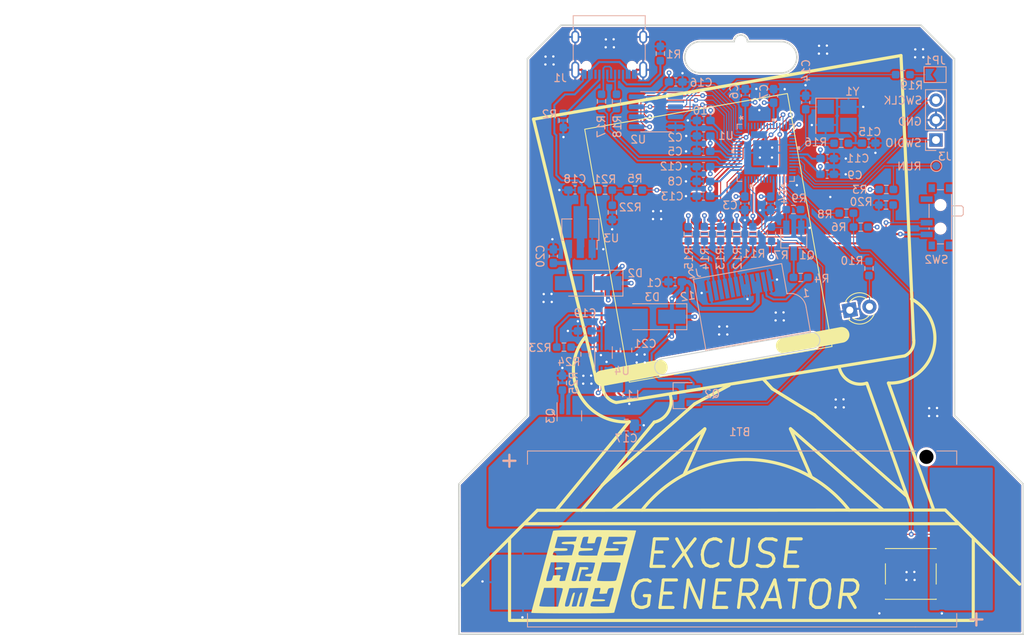
<source format=kicad_pcb>
(kicad_pcb (version 20211014) (generator pcbnew)
  (layers (0 "F.Cu" signal) (1 "In1.Cu" signal) (2 "In2.Cu" signal) (31 "B.Cu" signal) (34 "B.Paste" user) (35 "F.Paste" user) (36 "B.SilkS" user "B.Silkscreen") (37 "F.SilkS" user "F.Silkscreen") (38 "B.Mask" user) (39 "F.Mask" user) (44 "Edge.Cuts" user))
  (net 0 "")
  (net 1 "GND")
  (net 2 "/MCU/VCC3V3")
  (net 3 "/MCU/VCC1V1")
  (net 4 "/MCU/XIN")
  (net 5 "/MCU/XR")
  (net 6 "/Power Management/V_USB")
  (net 7 "/MCU/V_BATT_MEAS")
  (net 8 "Net-(D1-Pad2)")
  (net 9 "Net-(J1-PadA5)")
  (net 11 "Net-(J1-PadB5)")
  (net 13 "/LEDK")
  (net 14 "/LCD_DC")
  (net 15 "/LCD_CS")
  (net 16 "/LCD_CLK")
  (net 17 "/LCD_DIN")
  (net 18 "/LCD_RST")
  (net 19 "/MCU/SWDIO")
  (net 20 "/MCU/SWCLK")
  (net 21 "Net-(L1-Pad2)")
  (net 22 "Net-(Q1-Pad1)")
  (net 23 "/GPIO1")
  (net 24 "/GPIO13")
  (net 25 "/GPIO8")
  (net 26 "/GPIO9")
  (net 27 "/GPIO10")
  (net 28 "/GPIO11")
  (net 29 "/GPIO12")
  (net 30 "/GPIO25")
  (net 31 "/MCU/XOUT")
  (net 32 "/Power Management/V_BATT")
  (net 33 "/Power Management/VCC_3V6_USB")
  (net 34 "Net-(R19-Pad2)")
  (net 35 "/GPIO0")
  (net 36 "/MCU/USB_STATUS")
  (net 37 "/Power Management/VCC_3V6_BATT")
  (net 38 "/GPIO2")
  (net 39 "/GPIO3")
  (net 40 "/GPIO4")
  (net 41 "/GPIO5")
  (net 42 "/GPIO6")
  (net 43 "/GPIO7")
  (net 44 "/GPIO14")
  (net 45 "/GPIO15")
  (net 46 "/GPIO16")
  (net 47 "/GPIO17")
  (net 48 "/GPIO18")
  (net 49 "/GPIO19")
  (net 50 "/GPIO20")
  (net 51 "/GPIO21")
  (net 52 "/GPIO22")
  (net 53 "/GPIO23")
  (net 54 "/GPIO24")
  (net 55 "/GPIO26")
  (net 56 "/GPIO27")
  (net 57 "/GPIO28")
  (net 58 "/MCU/RUN")
  (net 59 "Net-(JP1-Pad2)")
  (net 60 "Net-(R20-Pad1)")
  (net 61 "Net-(R23-Pad2)")
  (net 63 "Net-(BT1-Pad1)")
  (net 64 "Net-(Q1-Pad3)")
  (net 65 "Net-(R6-Pad1)")
  (net 66 "Net-(U1-Pad51)")
  (net 67 "Net-(U1-Pad52)")
  (net 68 "Net-(U1-Pad53)")
  (net 69 "Net-(U1-Pad54)")
  (net 70 "Net-(U1-Pad55)")
  (net 71 "/USB_RAW_D+")
  (net 72 "/USB_RAW_D-")
  (net 73 "/MCU/USB_R_D-")
  (net 74 "/MCU/USB_R_D+")
  (net 75 "Net-(C19-Pad2)")
  (net 76 "Net-(Q3-Pad1)")
  (footprint "Button_Switch_SMD:SW_Push_1P1T_NO_6x6mm_H9.5mm" (layer "F.Cu") (at 118.87 143.06)
    (fp_text reference "SW1" hide)
    (fp_text value "SW_Push")
  )
  (footprint "kt_lcds:st7789-240-240" (layer "F.Cu") (at 92.878058 98.850293 10)
    (fp_text reference "J2")
    (fp_text value "Conn_01x12")
    (fp_line (start -8.6 17.6) (end 10.7 17.6) (layer "Edge.Cuts") (width 0.12))
    (fp_line (start -8.6 15.6) (end 10.7 15.6) (layer "Edge.Cuts") (width 0.12))
    (fp_arc (start -8.6 17.6) (mid -9.6 16.6) (end -8.6 15.6) (layer "Edge.Cuts") (width 0.12))
    (fp_arc (start 10.7 15.6) (mid 11.7 16.6) (end 10.7 17.6) (layer "Edge.Cuts") (width 0.12))
  )
  (footprint "LOGO" (layer "F.Cu") (at 77.259776 142.78)
    (fp_text reference "G***" hide)
    (fp_text value "LOGO" hide)
  )
  (footprint "kt_graphics:obab" (layer "F.Cu") (at 76.941131 128.267327 45)
    (fp_text reference "REF**")
    (fp_text value "obab")
  )
  (footprint "LED_THT:LED_D3.0mm" (layer "F.Cu") (at 111.107977 109.483901 10)
    (fp_text reference "D1" hide)
    (fp_text value "LED")
  )
  (footprint "Resistor_SMD:R_0603_1608Metric_Pad0.98x0.95mm_HandSolder" (layer "B.Cu") (at 81.43 82.91 -90)
    (fp_text reference "R18")
    (fp_text value "27R")
  )
  (footprint "Package_TO_SOT_SMD:SOT-89-3_Handsoldering" (layer "B.Cu") (at 76.835 99.5375 90)
    (fp_text reference "U3")
    (fp_text value "HT7336-A")
  )
  (footprint "Resistor_SMD:R_0603_1608Metric_Pad0.98x0.95mm_HandSolder" (layer "B.Cu") (at 94.669484 99.775 -90)
    (fp_text reference "R13")
    (fp_text value "0R")
  )
  (footprint "Resistor_SMD:R_0603_1608Metric_Pad0.98x0.95mm_HandSolder" (layer "B.Cu") (at 83.8025 94.2 180)
    (fp_text reference "R5")
    (fp_text value "0R")
  )
  (footprint "Resistor_SMD:R_0603_1608Metric_Pad0.98x0.95mm_HandSolder" (layer "B.Cu") (at 79.98 94.2)
    (fp_text reference "R21")
    (fp_text value "100kR")
  )
  (footprint "Capacitor_SMD:C_0603_1608Metric_Pad1.08x0.95mm_HandSolder" (layer "B.Cu") (at 92.519693 87.307756)
    (fp_text reference "C2")
    (fp_text value "100nF")
  )
  (footprint "Resistor_SMD:R_0603_1608Metric_Pad0.98x0.95mm_HandSolder" (layer "B.Cu") (at 74.75 114.19)
    (fp_text reference "R23")
    (fp_text value "1MR")
  )
  (footprint "Capacitor_SMD:C_0603_1608Metric_Pad1.08x0.95mm_HandSolder" (layer "B.Cu") (at 101.039209 95.89 90)
    (fp_text reference "C4")
    (fp_text value "100nF")
  )
  (footprint "Package_TO_SOT_SMD:SC-59_Handsoldering" (layer "B.Cu") (at 89.59 120.37 180)
    (fp_text reference "Q2")
    (fp_text value "Q_NMOS_GSD")
  )
  (footprint "Capacitor_SMD:C_0805_2012Metric_Pad1.18x1.45mm_HandSolder" (layer "B.Cu") (at 82.64 114.57 -90)
    (fp_text reference "C21")
    (fp_text value "22uF")
  )
  (footprint "Capacitor_SMD:C_0603_1608Metric_Pad1.08x0.95mm_HandSolder" (layer "B.Cu") (at 76.17 94.19)
    (fp_text reference "C18")
    (fp_text value "1uF")
  )
  (footprint "Capacitor_SMD:C_0603_1608Metric_Pad1.08x0.95mm_HandSolder" (layer "B.Cu") (at 113.5125 88.22 180)
    (fp_text reference "C15")
    (fp_text value "15pF")
  )
  (footprint "Crystal:Crystal_SMD_3225-4Pin_3.2x2.5mm_HandSoldering" (layer "B.Cu") (at 109.49 84.75)
    (fp_text reference "Y1")
    (fp_text value "12MHz")
  )
  (footprint "Connector_USB:USB_C_Receptacle_XKB_U262-16XN-4BVC11" (layer "B.Cu") (at 80.51 75.785)
    (fp_text reference "J1")
    (fp_text value "USB_C_Receptacle_USB2.0")
  )
  (footprint "Package_TO_SOT_SMD:SC-59_Handsoldering" (layer "B.Cu") (at 103.983607 100.622499 -90)
    (fp_text reference "Q1")
    (fp_text value "MMSS8050")
  )
  (footprint "Resistor_SMD:R_0603_1608Metric_Pad0.98x0.95mm_HandSolder" (layer "B.Cu") (at 90.556683 99.78 -90)
    (fp_text reference "R15")
    (fp_text value "0R")
  )
  (footprint "Capacitor_SMD:C_0603_1608Metric_Pad1.08x0.95mm_HandSolder" (layer "B.Cu") (at 92.499693 89.27)
    (fp_text reference "C5")
    (fp_text value "100nF")
  )
  (footprint "Package_TO_SOT_SMD:SOT-23" (layer "B.Cu") (at 75.438 122.936 -90)
    (fp_text reference "Q3")
    (fp_text value "DMG2301L-7")
  )
  (footprint "Connector_PinHeader_2.54mm:PinHeader_1x03_P2.54mm_Vertical" (layer "B.Cu") (at 122.07 87.825)
    (fp_text reference "J3")
    (fp_text value "Conn_01x03")
  )
  (footprint "Capacitor_SMD:C_0603_1608Metric_Pad1.08x0.95mm_HandSolder" (layer "B.Cu") (at 108.23 92.19 180)
    (fp_text reference "C9")
    (fp_text value "100nF")
  )
  (footprint "Capacitor_SMD:C_0603_1608Metric_Pad1.08x0.95mm_HandSolder" (layer "B.Cu") (at 88.9 105.88)
    (fp_text reference "C1")
    (fp_text value "100nF")
  )
  (footprint "Capacitor_SMD:C_0603_1608Metric_Pad1.08x0.95mm_HandSolder" (layer "B.Cu") (at 92.529693 85.34)
    (fp_text reference "C10")
    (fp_text value "100nF")
  )
  (footprint "Resistor_SMD:R_0603_1608Metric_Pad0.98x0.95mm_HandSolder" (layer "B.Cu") (at 96.722924 99.775878 -90)
    (fp_text reference "R12")
    (fp_text value "0R")
  )
  (footprint "Resistor_SMD:R_0603_1608Metric_Pad0.98x0.95mm_HandSolder" (layer "B.Cu") (at 115.75 94.12)
    (fp_text reference "R3")
    (fp_text value "10k")
  )
  (footprint "Button_Switch_SMD:SW_SPDT_PCM12" (layer "B.Cu") (at 122.315 97.6 -90)
    (fp_text reference "SW2")
    (fp_text value "SW_SPDT")
  )
  (footprint "Package_SO:SOIC-8_3.9x4.9mm_P1.27mm" (layer "B.Cu") (at 86.46 84.23 180)
    (fp_text reference "U2")
    (fp_text value "W25Q16JVSNIQ")
  )
  (footprint "Capacitor_SMD:C_0603_1608Metric_Pad1.08x0.95mm_HandSolder" (layer "B.Cu") (at 105.5 83.05 90)
    (fp_text reference "C14")
    (fp_text value "15pF")
  )
  (footprint "Capacitor_SMD:C_0603_1608Metric_Pad1.08x0.95mm_HandSolder" (layer "B.Cu") (at 92.489693 93.087942)
    (fp_text reference "C8")
    (fp_text value "100nF")
  )
  (footprint "Resistor_SMD:R_0603_1608Metric_Pad0.98x0.95mm_HandSolder" (layer "B.Cu") (at 110.67 97.14)
    (fp_text reference "R8")
    (fp_text value "0R")
  )
  (footprint "Resistor_SMD:R_0603_1608Metric_Pad0.98x0.95mm_HandSolder" (layer "B.Cu") (at 79.53 82.91 -90)
    (fp_text reference "R17")
    (fp_text value "27R")
  )
  (footprint "Resistor_SMD:R_0603_1608Metric_Pad0.98x0.95mm_HandSolder" (layer "B.Cu") (at 117.856 79.502 180)
    (fp_text reference "R19")
    (fp_text value "1kR")
  )
  (footprint "kt_Connectors:BH-AAA-B5AA001" (layer "B.Cu") (at 97.41 138.61 180)
    (fp_text reference "BT1")
    (fp_text value "Battery_4term")
  )
  (footprint "Resistor_SMD:R_0603_1608Metric_Pad0.98x0.95mm_HandSolder" (layer "B.Cu") (at 92.613981 99.7725 -90)
    (fp_text reference "R14")
    (fp_text value "0R")
  )
  (footprint "Capacitor_SMD:C_0603_1608Metric_Pad1.08x0.95mm_HandSolder" (layer "B.Cu") (at 92.499693 91.202145 180)
    (fp_text reference "C12")
    (fp_text value "2.2uF")
  )
  (footprint "Resistor_SMD:R_0603_1608Metric_Pad0.98x0.95mm_HandSolder" (layer "B.Cu") (at 87.01 76.82 90)
    (fp_text reference "R1")
    (fp_text value "5.1kR")
  )
  (footprint "Resistor_SMD:R_0603_1608Metric_Pad0.98x0.95mm_HandSolder" (layer "B.Cu") (at 110.02 88.24 180)
    (fp_text reference "R16")
    (fp_text value "1kR")
  )
  (footprint "Capacitor_SMD:C_0603_1608Metric_Pad1.08x0.95mm_HandSolder" (layer "B.Cu") (at 97.76 95.88 90)
    (fp_text reference "C3")
    (fp_text value "100nF")
  )
  (footprint "Capacitor_SMD:C_0805_2012Metric_Pad1.18x1.45mm_HandSolder" (layer "B.Cu") (at 82.68 124.12)
    (fp_text reference "C17")
    (fp_text value "22uF")
  )
  (footprint "Jumper:SolderJumper-2_P1.3mm_Open_TrianglePad1.0x1.5mm" (layer "B.Cu") (at 121.957 79.502 180)
    (fp_text reference "JP1")
    (fp_text value "Jumper_2_Open")
  )
  (footprint "Inductor_SMD:L_1008_2520Metric_Pad1.43x2.20mm_HandSolder" (layer "B.Cu") (at 81.13 120.26 90)
    (fp_text reference "L1")
    (fp_text value "1.5uH")
  )
  (footprint "Capacitor_SMD:C_0603_1608Metric_Pad1.08x0.95mm_HandSolder" (layer "B.Cu") (at 92.489693 94.97)
    (fp_text reference "C13")
    (fp_text value "2.2uF")
  )
  (footprint "Capacitor_SMD:C_0603_1608Metric_Pad1.08x0.95mm_HandSolder" (layer "B.Cu") (at 88.97 80.44)
    (fp_text reference "C16")
    (fp_text value "100nF")
  )
  (footprint "Resistor_SMD:R_0603_1608Metric_Pad0.98x0.95mm_HandSolder" (layer "B.Cu") (at 101.147427 99.8025 90)
    (fp_text reference "R7")
    (fp_text value "10k")
  )
  (footprint "Resistor_SMD:R_0603_1608Metric_Pad0.98x0.95mm_HandSolder" (layer "B.Cu") (at 104.861107 105.322499 180)
    (fp_text reference "R4")
    (fp_text value "10R")
  )
  (footprint "Resistor_SMD:R_0603_1608Metric_Pad0.98x0.95mm_HandSolder" (layer "B.Cu") (at 112.5075 98.91)
    (fp_text reference "R6")
    (fp_text value "10k")
  )
  (footprint "Resistor_SMD:R_0603_1608Metric_Pad0.98x0.95mm_HandSolder" (layer "B.Cu") (at 115.7125 96.1 180)
    (fp_text reference "R20")
    (fp_text value "1MR")
  )
  (footprint "Diode_SMD:D_SMA_Handsoldering" (layer "B.Cu") (at 77.85 106.045 180)
    (fp_text reference "D2")
    (fp_text value "D_Schottky")
  )
  (footprint "Resistor_SMD:R_0603_1608Metric_Pad0.98x0.95mm_HandSolder" (layer "B.Cu") (at 103.94 96.67 180)
    (fp_text reference "R9")
    (fp_text value "1kR")
  )
  (footprint "Resistor_SMD:R_0603_1608Metric_Pad0.98x0.95mm_HandSolder" (layer "B.Cu") (at 74.549 118.745 90)
    (fp_text reference "R25")
    (fp_text value "330R")
  )
  (footprint "Capacitor_SMD:C_0603_1608Metric_Pad1.08x0.95mm_HandSolder" (layer "B.Cu") (at 108.24 90.19 180)
    (fp_text reference "C11")
    (fp_text value "100nF")
  )
  (footprint "Resistor_SMD:R_0603_1608Metric_Pad0.98x0.95mm_HandSolder" (layer "B.Cu") (at 77.43 115.1 -90)
    (fp_text reference "R24")
    (fp_text value "500kR")
  )
  (footprint "Capacitor_SMD:C_0603_1608Metric_Pad1.08x0.95mm_HandSolder" (layer "B.Cu") (at 73.406 102.616 -90)
    (fp_text reference "C20")
    (fp_text value "1uF")
  )
  (footprint "Resistor_SMD:R_0603_1608Metric_Pad0.98x0.95mm_HandSolder" (layer "B.Cu") (at 74.66 85.34 -90)
    (fp_text reference "R2")
    (fp_text value "5.1kR")
  )
  (footprint "Capacitor_SMD:C_0603_1608Metric_Pad1.08x0.95mm_HandSolder" (layer "B.Cu") (at 101.42 82.21 -90)
    (fp_text reference "C7")
    (fp_text value "2.2uF")
  )
  (footprint "Resistor_SMD:R_0603_1608Metric_Pad0.98x0.95mm_HandSolder" (layer "B.Cu") (at 113.55 104.1725 -90)
    (fp_text reference "R10")
    (fp_text value "330R")
  )
  (footprint "Capacitor_SMD:C_0603_1608Metric_Pad1.08x0.95mm_HandSolder" (layer "B.Cu") (at 97.82 82.17 -90)
    (fp_text reference "C6")
    (fp_text value "100nF")
  )
  (footprint "TestPoint:TestPoint_Pad_D1.0mm" (layer "B.Cu") (at 122.11 91.13 180)
    (fp_text reference "TP1" hide)
    (fp_text value "TestPoint")
  )
  (footprint "kt_Package_QFN_DFN:IC57_RP2040" (layer "B.Cu") (at 100.42 89.45 -90)
    (fp_text reference locked "U1")
    (fp_text value locked "RP2040" hide)
  )
  (footprint "Resistor_SMD:R_0603_1608Metric_Pad0.98x0.95mm_HandSolder" (layer "B.Cu") (at 80.9 97.04 -90)
    (fp_text reference "R22")
    (fp_text value "150kR")
  )
  (footprint "Resistor_SMD:R_0603_1608Metric_Pad0.98x0.95mm_HandSolder" (layer "B.Cu") (at 98.778169 99.7825 -90)
    (fp_text reference "R11")
    (fp_text value "0R")
  )
  (footprint "Diode_SMD:D_SMA_Handsoldering" (layer "B.Cu") (at 85.98 110.32 180)
    (fp_text reference "D3")
    (fp_text value "D_Schottky")
  )
  (footprint "Package_DFN_QFN:DFN-8-1EP_3x2mm_P0.5mm_EP1.7x1.4mm" (layer "B.Cu") (at 79.79 115.630834 90)
    (fp_text reference "U4")
    (fp_text value "SY7088DGC")
  )
  (footprint "Capacitor_SMD:C_0603_1608Metric_Pad1.08x0.95mm_HandSolder" (layer "B.Cu") (at 77.4 112.13)
    (fp_text reference "C19")
    (fp_text value "1uF")
  )
  (gr_line (start 68.33 148.98) (end 124.87 148.98) (layer "F.SilkS") (width 0.4))
  (gr_line (start 106.21 130.71) (end 103.561606 124.617499) (layer "F.SilkS") (width 0.4))
  (gr_line (start 92.673607 124.632499) (end 90.02 130.45) (layer "F.SilkS") (width 0.4))
  (gr_line (start 70.873607 85.172499) (end 117.623607 77.072499) (layer "F.SilkS") (width 0.4))
  (gr_line (start 123.25 134.93) (end 132.71 144.37) (layer "F.SilkS") (width 0.4))
  (gr_line (start 126.81 148.96) (end 126.82 138.64) (layer "F.SilkS") (width 0.4))
  (gr_line (start 68.32 148.98) (end 67.84 148.98) (layer "F.SilkS") (width 0.4))
  (gr_line (start 119.243607 113.332499) (end 117.623607 77.072499) (layer "F.SilkS") (width 0.4))
  (gr_line (start 92.673607 124.577499) (end 80.913607 134.927499) (layer "F.SilkS") (width 0.4))
  (gr_line (start 81.413607 121.242499) (end 118.103607 115.302499) (layer "F.SilkS") (width 0.4))
  (gr_line (start 91.373607 121.412499) (end 79.613607 131.762499) (layer "F.SilkS") (width 0.4))
  (gr_line (start 78.863607 118.382499) (end 70.873607 85.172499) (layer "F.SilkS") (width 0.4))
  (gr_arc (start 84.685536 134.942499) (mid 97.856726 128.49) (end 111.027916 134.942499) (layer "F.SilkS") (width 0.4))
  (gr_line (start 69.73 136.67) (end 124.85 136.67) (layer "F.SilkS") (width 0.4))
  (gr_line (start 113.273608 118.777499) (end 119.033608 134.927499) (layer "F.SilkS") (width 0.4))
  (gr_line (start 67.83 148.98) (end 67.83 138.57) (layer "F.SilkS") (width 0.4))
  (gr_line (start 115.321606 134.912499) (end 103.561606 124.562499) (layer "F.SilkS") (width 0.4))
  (gr_arc (start 113.239389 118.783302) (mid 111.053835 118.532109) (end 109.759389 116.753302) (layer "F.SilkS") (width 0.4))
  (gr_arc (start 119.243607 113.332499) (mid 118.988394 114.493338) (end 118.108607 115.292499) (layer "F.SilkS") (width 0.4))
  (gr_line (start 116.023607 118.762499) (end 121.783607 134.912499) (layer "F.SilkS") (width 0.4))
  (gr_line (start 83.053607 123.672499) (end 73.763607 134.952499) (layer "F.SilkS") (width 0.4))
  (gr_line (start 124.87 148.98) (end 126.81 148.98) (layer "F.SilkS") (width 0.4))
  (gr_line (start 118.368571 133.166039) (end 106.608571 122.816039) (layer "F.SilkS") (width 0.4))
  (gr_line (start 101.253607 119.502499) (end 100.183607 118.342499) (layer "F.SilkS") (width 0.4))
  (gr_arc (start 88.263607 120.262499) (mid 88.012414 122.448053) (end 86.233607 123.742499) (layer "F.SilkS") (width 0.4))
  (gr_arc (start 81.313607 121.222499) (mid 80.153964 120.462894) (end 79.673607 119.162499) (layer "F.SilkS") (width 0.4))
  (gr_arc (start 118.963607 108.062499) (mid 121.733965 114.577607) (end 116.023607 118.762499) (layer "F.SilkS") (width 0.4))
  (gr_arc (start 83.053607 123.692499) (mid 76.676747 120.106989) (end 77.52 112.84) (layer "F.SilkS") (width 0.4))
  (gr_line (start 91.403607 121.392499) (end 95.763607 119.052499) (layer "F.SilkS") (width 0.4))
  (gr_line (start 71.38 134.96) (end 61.86 144.52) (layer "F.SilkS") (width 0.4))
  (gr_line (start 86.253607 123.712499) (end 77 134.96) (layer "F.SilkS") (width 0.4))
  (gr_line (start 106.608571 122.816039) (end 101.253607 119.502499) (layer "F.SilkS") (width 0.4))
  (gr_line (start 110.063607 112.632499) (end 102.713607 114.002499) (layer "F.SilkS") (width 2))
  (gr_line (start 71.38 134.96) (end 123.25 134.93) (layer "F.SilkS") (width 0.4))
  (gr_line (start 86.943607 116.782499) (end 79.593607 118.152499) (layer "F.SilkS") (width 2))
  (gr_line (start 133.17 150.74) (end 61.4 150.74) (layer "Edge.Cuts") (width 0.2))
  (gr_arc (start 92.11 79.294745) (mid 90.109356 77.288414) (end 92.122658 75.294785) (layer "Edge.Cuts") (width 0.2))
  (gr_arc (start 96.41 75.294745) (mid 97.25 74.454745) (end 98.09 75.294745) (layer "Edge.Cuts") (width 0.2))
  (gr_line (start 61.38 131.62) (end 61.4 150.74) (layer "Edge.Cuts") (width 0.2))
  (gr_line (start 70.1 122.9) (end 61.38 131.62) (layer "Edge.Cuts") (width 0.2))
  (gr_line (start 98.09 75.294745) (end 102.38 75.294745) (layer "Edge.Cuts") (width 0.2))
  (gr_line (start 74.38 73.205241) (end 120.16 73.20376) (layer "Edge.Cuts") (width 0.2))
  (gr_line (start 133.17 131.628706) (end 133.17 150.74) (layer "Edge.Cuts") (width 0.2))
  (gr_line (start 96.41 75.294745) (end 92.122658 75.294785) (layer "Edge.Cuts") (width 0.2))
  (gr_line (start 124.425 77.488215) (end 124.44 122.898706) (layer "Edge.Cuts") (width 0.2))
  (gr_line (start 70.1 122.9) (end 70.11 77.475241) (layer "Edge.Cuts") (width 0.2))
  (gr_arc (start 102.38 75.294745) (mid 104.380644 77.301076) (end 102.367342 79.294705) (layer "Edge.Cuts") (width 0.2))
  (gr_line (start 70.11 77.475241) (end 74.38 73.205241) (layer "Edge.Cuts") (width 0.2))
  (gr_line (start 120.16 73.20376) (end 124.425 77.488215) (layer "Edge.Cuts") (width 0.2))
  (gr_line (start 102.367342 79.294705) (end 92.11 79.294745) (layer "Edge.Cuts") (width 0.2))
  (gr_line (start 124.44 122.898706) (end 133.17 131.628706) (layer "Edge.Cuts") (width 0.2))
  (gr_text "RUN" (at 118.68 91.18) (layer "B.SilkS") (effects (font (size 1 1)) (justify mirror)))
  (gr_text "SWCLK" (at 117.86 82.79) (layer "B.SilkS") (effects (font (size 1 1)) (justify mirror)))
  (gr_text "SWDIO" (at 117.93 88.2) (layer "B.SilkS") (effects (font (size 1 1)) (justify mirror)))
  (gr_text "GND" (at 118.75 85.48) (layer "B.SilkS") (effects (font (size 1 1)) (justify mirror)))
  (gr_text "EXCUSE" (at 84.749776 140.5) (layer "F.SilkS") (effects (font (size 3.5 3.5) (thickness 0.4) italic) (justify left)))
  (gr_text "GENERATOR" (at 82.379776 145.73) (layer "F.SilkS") (effects (font (size 3.5 3.5) (thickness 0.4) italic) (justify left)))
  (segment (start 122.845 145.31) (end 122.845 148.065) (width 0.5) (layer "F.Cu") (net 1))
  (segment (start 114.895 148.055) (end 114.87 148.08) (width 0.5) (layer "F.Cu") (net 1))
  (segment (start 122.845 148.065) (end 122.82 148.09) (width 0.5) (layer "F.Cu") (net 1))
  (segment (start 114.895 145.31) (end 114.895 148.055) (width 0.5) (layer "F.Cu") (net 1))
  (via (at 75.25 112.13) (size 0.6) (drill 0.3) (layers "F.Cu" "B.Cu") (net 1))
  (via (at 107.2 75.83) (size 0.6) (drill 0.3) (layers "F.Cu" "B.Cu") (net 1))
  (via (at 74.17 94.19) (size 0.6) (drill 0.3) (layers "F.Cu" "B.Cu") (net 1))
  (via (at 94.51 111.58) (size 0.6) (drill 0.3) (layers "F.Cu" "B.Cu") (net 1))
  (via (at 99.699364 88.79) (size 0.6) (drill 0.3) (layers "F.Cu" "B.Cu") (net 1))
  (via (at 95.53 112.58) (size 0.6) (drill 0.3) (layers "F.Cu" "B.Cu") (net 1))
  (via (at 102.83 81.35) (size 0.6) (drill 0.3) (layers "F.Cu" "B.Cu") (net 1))
  (via (at 78.24 118.84) (size 0.6) (drill 0.3) (layers "F.Cu" "B.Cu") (net 1))
  (via (at 77.2 118.84) (size 0.6) (drill 0.3) (layers "F.Cu" "B.Cu") (net 1))
  (via (at 73.4 77.19) (size 0.6) (drill 0.3) (layers "F.Cu" "B.Cu") (net 1))
  (via (at 109.32 120.86) (size 0.6) (drill 0.3) (layers "F.Cu" "B.Cu") (net 1))
  (via (at 74.69 87.45) (size 0.6) (drill 0.3) (layers "F.Cu" "B.Cu") (net 1))
  (via (at 92.27 107.3) (size 0.6) (drill 0.3) (layers "F.Cu" "B.Cu") (net 1))
  (via (at 80.08 75.02) (size 0.6) (drill 0.3) (layers "F.Cu" "B.Cu") (net 1))
  (via (at 95.5 111.56) (size 0.6) (drill 0.3) (layers "F.Cu" "B.Cu") (net 1))
  (via (at 110.58875 92.19) (size 0.6) (drill 0.3) (layers "F.Cu" "B.Cu") (net 1))
  (via (at 81.07 75) (size 0.6) (drill 0.3) (layers "F.Cu" "B.Cu") (net 1))
  (via (at 108.19 75.81) (size 0.6) (drill 0.3) (layers "F.Cu" "B.Cu") (net 1))
  (via (at 99.7 96.76) (size 0.6) (drill 0.3) (layers "F.Cu" "B.Cu") (net 1))
  (via (at 121.21 121.96) (size 0.6) (drill 0.3) (layers "F.Cu" "B.Cu") (net 1))
  (via (at 105.48 80.85) (size 0.6) (drill 0.3) (layers "F.Cu" "B.Cu") (net 1))
  (via (at 107.18 76.83) (size 0.6) (drill 0.3) (layers "F.Cu" "B.Cu") (net 1))
  (via (at 110.6 90.19) (size 0.6) (drill 0.3) (layers "F.Cu" "B.Cu") (net 1))
  (via (at 69.469 148.59) (size 0.6) (drill 0.3) (layers "F.Cu" "B.Cu") (net 1))
  (via (at 122.23 122.96) (size 0.6) (drill 0.3) (layers "F.Cu" "B.Cu") (net 1))
  (via (at 89.83 79.32) (size 0.6) (drill 0.3) (layers "F.Cu" "B.Cu") (net 1))
  (via (at 106.28 85.92) (size 0.6) (drill 0.3) (layers "F.Cu" "B.Cu") (net 1))
  (via (at 90.51 85.33) (size 0.6) (drill 0.3) (layers "F.Cu" "B.Cu") (net 1))
  (via (at 64.389 144.018) (size 0.6) (drill 0.3) (layers "F.Cu" "B.Cu") (net 1))
  (via (at 74.549 116.84) (size 0.6) (drill 0.3) (layers "F.Cu" "B.Cu") (net 1))
  (via (at 105.99 99.01) (size 0.6) (drill 0.3) (layers "F.Cu" "B.Cu") (net 1))
  (via (at 73.17 107.42) (size 0.6) (drill 0.3) (layers "F.Cu" "B.Cu") (net 1))
  (via (at 118.31 143.83) (size 0.6) (drill 0.3) (layers "F.Cu" "B.Cu") (net 1))
  (via (at 108.63 95.08) (size 0.6) (drill 0.3) (layers "F.Cu" "B.Cu") (net 1))
  (via (at 109.3 121.86) (size 0.6) (drill 0.3) (layers "F.Cu" "B.Cu") (net 1))
  (via (at 101.69 109.79) (size 0.6) (drill 0.3) (layers "F.Cu" "B.Cu") (net 1))
  (via (at 108.22 76.83) (size 0.6) (drill 0.3) (layers "F.Cu" "B.Cu") (net 1))
  (via (at 110.31 120.84) (size 0.6) (drill 0.3) (layers "F.Cu" "B.Cu") (net 1))
  (via (at 73.43 78.21) (size 0.6) (drill 0.3) (layers "F.Cu" "B.Cu") (net 1))
  (via (at 101.67 110.79) (size 0.6) (drill 0.3) (layers "F.Cu" "B.Cu") (net 1))
  (via (at 85.01 115.13) (size 0.6) (drill 0.3) (layers "F.Cu" "B.Cu") (net 1))
  (via (at 99.6 84.02) (size 0.6) (drill 0.3) (layers "F.Cu" "B.Cu") (net 1))
  (via (at 79.756 101.727) (size 0.6) (drill 0.3) (layers "F.Cu" "B.Cu") (net 1))
  (via (at 119.35 143.83) (size 0.6) (drill 0.3) (layers "F.Cu" "B.Cu") (net 1))
  (via (at 81.1 76.02) (size 0.6) (drill 0.3) (layers "F.Cu" "B.Cu") (net 1))
  (via (at 80.17 116.07) (size 0.6) (drill 0.3) (layers "F.Cu" "B.Cu") (net 1))
  (via (at 80.06 76.02) (size 0.6) (drill 0.3) (layers "F.Cu" "B.Cu") (net 1))
  (via (at 122.2 121.94) (size 0.6) (drill 0.3) (layers "F.Cu" "B.Cu") (net 1))
  (via (at 98.09 108.07) (size 0.6) (drill 0.3) (layers "F.Cu" "B.Cu") (net 1))
  (via (at 73.2 108.44) (size 0.6) (drill 0.3) (layers "F.Cu" "B.Cu") (net 1))
  (via (at 84.9 124.14) (size 0.6) (drill 0.3) (layers "F.Cu" "B.Cu") (net 1))
  (via (at 101.85 105.59) (size 0.6) (drill 0.3) (layers "F.Cu" "B.Cu") (net 1))
  (via (at 119.44 76.29) (size 0.6) (drill 0.3) (layers "F.Cu" "B.Cu") (net 1))
  (via (at 87.12 97.89) (size 0.6) (drill 0.3) (layers "F.Cu" "B.Cu") (net 1))
  (via (at 86.08 97.89) (size 0.6) (drill 0.3) (layers "F.Cu" "B.Cu") (net 1))
  (via (at 85.04 116.15) (size 0.6) (drill 0.3) (layers "F.Cu" "B.Cu") (net 1))
  (via (at 94.49 112.58) (size 0.6) (drill 0.3) (layers "F.Cu" "B.Cu") (net 1))
  (via (at 99.22 81.32) (size 0.6) (drill 0.3) (layers "F.Cu" "B.Cu") (net 1))
  (via (at 97.76 98.03) (size 0.6) (drill 0.3) (layers "F.Cu" "B.Cu") (net 1))
  (via (at 77.22 117.84) (size 0.6) (drill 0.3) (layers "F.Cu" "B.Cu") (net 1))
  (via (at 114.87 148.08) (size 0.6) (drill 0.3) (layers "F.Cu" "B.Cu") (net 1))
  (via (at 101.21 90.059832) (size 0.6) (drill 0.3) (layers "F.Cu" "B.Cu") (net 1))
  (via (at 80.88 99.19) (size 0.6) (drill 0.3) (layers "F.Cu" "B.Cu") (net 1))
  (via (at 119.32 142.81) (size 0.6) (drill 0.3) (layers "F.Cu" "B.Cu") (net 1))
  (via (at 120.43 76.27) (size 0.6) (drill 0.3) (layers "F.Cu" "B.Cu") (net 1))
  (via (at 72.18 107.44) (size 0.6) (drill 0.3) (layers "F.Cu" "B.Cu") (net 1))
  (via (at 104.37 93.58) (size 0.6) (drill 0.3) (layers "F.Cu" "B.Cu") (net 1))
  (via (at 84 116.15) (size 0.6) (drill 0.3) (layers "F.Cu" "B.Cu") (net 1))
  (via (at 122.82 148.09) (size 0.6) (drill 0.3) (layers "F.Cu" "B.Cu") (net 1))
  (via (at 99.669364 90.06) (size 0.6) (drill 0.3) (layers "F.Cu" "B.Cu") (net 1))
  (via (at 90.301403 87.31) (size 0.6) (drill 0.3) (layers "F.Cu" "B.Cu") (net 1))
  (via (at 90.281403 91.2) (size 0.6) (drill 0.3) (layers "F.Cu" "B.Cu") (net 1))
  (via (at 121.19 122.96) (size 0.6) (drill 0.3) (layers "F.Cu" "B.Cu") (net 1))
  (via (at 72.16 108.44) (size 0.6) (drill 0.3) (layers "F.Cu" "B.Cu") (net 1))
  (via (at 76.52 110.9) (size 0.6) (drill 0.3) (layers "F.Cu" "B.Cu") (net 1))
  (via (at 114.37 89.46) (size 0.6) (drill 0.3) (layers "F.Cu" "B.Cu") (net 1))
  (via (at 87.09 96.87) (size 0.6) (drill 0.3) (layers "F.Cu" "B.Cu") (net 1))
  (via (at 84.02 115.15) (size 0.6) (drill 0.3) (layers "F.Cu" "B.Cu") (net 1))
  (via (at 86.1 96.89) (size 0.6) (drill 0.3) (layers "F.Cu" "B.Cu") (net 1))
  (via (at 110.34 121.86) (size 0.6) (drill 0.3) (layers "F.Cu" "B.Cu") (net 1))
  (via (at 118.33 142.83) (size 0.6) (drill 0.3) (layers "F.Cu" "B.Cu") (net 1))
  (via (at 90.271403 93.09) (size 0.6) (drill 0.3) (layers "F.Cu" "B.Cu") (net 1))
  (via (at 90.281403 89.27) (size 0.6) (drill 0.3) (layers "F.Cu" "B.Cu") (net 1))
  (via (at 90.27 94.97) (size 0.6) (drill 0.3) (layers "F.Cu" "B.Cu") (net 1))
  (via (at 119.42 77.29) (size 0.6) (drill 0.3) (layers "F.Cu" "B.Cu") (net 1))
  (via (at 102.68 109.77) (size 0.6) (drill 0.3) (layers "F.Cu" "B.Cu") (net 1))
  (via (at 79.45 115.21) (size 0.6) (drill 0.3) (layers "F.Cu" "B.Cu") (net 1))
  (via (at 72.39 78.21) (size 0.6) (drill 0.3) (layers "F.Cu" "B.Cu") (net 1))
  (via (at 102.71 110.79) (size 0.6) (drill 0.3) (layers "F.Cu" "B.Cu") (net 1))
  (via (at 78.21 117.82) (size 0.6) (drill 0.3) (layers "F.Cu" "B.Cu") (net 1))
  (via (at 101.24 88.789832) (size 0.6) (drill 0.3) (layers "F.Cu" "B.Cu") (net 1))
  (via (at 112.82 83.6) (size 0.6) (drill 0.3) (layers "F.Cu" "B.Cu") (net 1))
  (via (at 120.46 77.29) (size 0.6) (drill 0.3) (layers "F.Cu" "B.Cu") (net 1))
  (via (at 72.41 77.21) (size 0.6) (drill 0.3) (layers "F.Cu" "B.Cu") (net 1))
  (via (at 73.279 100.457) (size 0.6) (drill 0.3) (layers "F.Cu" "B.Cu") (net 1))
  (segment (start 108.04 85.9) (end 106.3 85.9) (width 0.127) (layer "B.Cu") (net 1))
  (segment (start 73.406 101.7535) (end 73.406 100.584) (width 0.254) (layer "B.Cu") (net 1))
  (segment (start 79.79 115.630834) (end 79.79 115.55) (width 0.254) (layer "B.Cu") (net 1))
  (segment (start 99.7075 96.7525) (end 99.7 96.76) (width 0.254) (layer "B.Cu") (net 1))
  (segment (start 109.1025 90.19) (end 110.6 90.19) (width 0.254) (layer "B.Cu") (net 1))
  (segment (start 102.8275 81.3475) (end 102.83 81.35) (width 0.254) (layer "B.Cu") (net 1))
  (segment (start 100.896627 105.765408) (end 101.85 105.59) (width 0.254) (layer "B.Cu") (net 1))
  (segment (start 69.535 148.524) (end 69.469 148.59) (width 0.127) (layer "B.Cu") (net 1))
  (segment (start 101.039209 96.7525) (end 99.7075 96.7525) (width 0.254) (layer "B.Cu") (net 1))
  (segment (start 110.94 83.6) (end 112.82 83.6) (width 0.127) (layer "B.Cu") (net 1))
  (segment (start 104.933607 98.972499) (end 105.952499 98.972499) (width 0.127) (layer "B.Cu") (net 1))
  (segment (start 76.5375 110.9175) (end 76.52 110.9) (width 0.254) (layer "B.Cu") (net 1))
  (segment (start 83.86 79.455) (end 84.265 79.455) (width 0.254) (layer "B.Cu") (net 1))
  (segment (start 83.7175 124.12) (end 84.88 124.12) (width 0.254) (layer "B.Cu") (net 1))
  (segment (start 89.8325 80.44) (end 89.8325 79.3225) (width 0.254) (layer "B.Cu") (net 1))
  (segment (start 97.4498 106.373176) (end 97.801213 106.311213) (width 0.254) (layer "B.Cu") (net 1))
  (segment (start 78.4465 101.6875) (end 78.486 101.727) (width 0.254) (layer "B.Cu") (net 1))
  (segment (start 103.8236 88.449999) (end 101.420001 88.449999) (width 0.127) (layer "B.Cu") (net 1))
  (segment (start 75.3075 94.19) (end 74.17 94.19) (width 0.127) (layer "B.Cu") (net 1))
  (segment (start 105.5 80.87) (end 105.48 80.85) (width 0.127) (layer "B.Cu") (net 1))
  (segment (start 77.16 79.455) (end 76.755 79.455) (width 0.254) (layer "B.Cu") (net 1))
  (segment (start 97.82 81.3075) (end 99.2075 81.3075) (width 0.254) (layer "B.Cu") (net 1))
  (segment (start 80.9 97.9525) (end 80.9 99.17) (width 0.127) (layer "B.Cu") (net 1))
  (segment (start 89.8325 79.3225) (end 89.83 79.32) (width 0.254) (layer "B.Cu") (net 1))
  (segment (start 84.265 79.455) (end 84.83 78.89) (width 0.254) (layer "B.Cu") (net 1))
  (segment (start 90.281403 91.2) (end 91.638596 91.2) (width 0.254) (layer "B.Cu") (net 1))
  (segment (start 97.76 96.7425) (end 97.76 98.03) (width 0.254) (layer "B.Cu") (net 1))
  (segment (start 69.535 144.11) (end 69.535 148.524) (width 0.127) (layer "B.Cu") (net 1))
  (segment (start 76.5375 112.13) (end 75.25 112.13) (width 0.254) (layer "B.Cu") (net 1))
  (segment (start 90.271403 93.09) (end 91.628596 93.09) (width 0.254) (layer "B.Cu") (net 1))
  (segment (start 84.88 124.12) (end 84.9 124.14) (width 0.254) (layer "B.Cu") (net 1))
  (segment (start 101.42 81.3475) (end 102.8275 81.3475) (width 0.254) (layer "B.Cu") (net 1))
  (segment (start 78.335 101.6875) (end 79.7165 101.6875) (width 0.254) (layer "B.Cu") (net 1))
  (segment (start 69.918 145.61) (end 69.85 145.542) (width 0.127) (layer "B.Cu") (net 1))
  (segment (start 76.755 79.455) (end 76.19 78.89) (width 0.254) (layer "B.Cu") (net 1))
  (segment (start 109.09125 92.19) (end 110.58875 92.19) (width 0.254) (layer "B.Cu") (net 1))
  (segment (start 93.313607 107.102499) (end 92.27 107.3) (width 0.254) (layer "B.Cu") (net 1))
  (segment (start 90.301403 87.31) (end 91.658596 87.31) (width 0.254) (layer "B.Cu") (net 1))
  (segment (start 114.37 88.225) (end 114.375 88.22) (width 0.127) (layer "B.Cu") (net 1))
  (segment (start 90.52 85.34) (end 90.51 85.33) (width 0.254) (layer "B.Cu") (net 1))
  (segment (start 74.66 87.42) (end 74.69 87.45) (width 0.254) (layer "B.Cu") (net 1))
  (segment (start 90.281403 89.27) (end 91.638596 89.27) (width 0.254) (layer "B.Cu") (net 1))
  (segment (start 99.2075 81.3075) (end 99.22 81.32) (width 0.254) (layer "B.Cu") (net 1))
  (segment (start 74.549 117.8325) (end 74.549 116.84) (width 0.5) (layer "B.Cu") (net 1))
  (segment (start 114.37 89.46) (end 114.37 88.225) (width 0.127) (layer "B.Cu") (net 1))
  (segment (start 101.420001 88.449999) (end 100.42 89.45) (width 0.127) (layer "B.Cu") (net 1))
  (segment (start 105.5 82.1875) (end 105.5 80.87) (width 0.127) (layer "B.Cu") (net 1))
  (segment (start 106.3 85.9) (end 106.28 85.92) (width 0.127) (layer "B.Cu") (net 1))
  (segment (start 90.27 94.97) (end 91.627193 94.97) (width 0.254) (layer "B.Cu") (net 1))
  (segment (start 80.17 116.07) (end 79.79 115.69) (width 0.254) (layer "B.Cu") (net 1))
  (segment (start 91.667193 85.34) (end 90.52 85.34) (width 0.254) (layer "B.Cu") (net 1))
  (segment (start 73.406 100.584) (end 73.279 100.457) (width 0.254) (layer "B.Cu") (net 1))
  (segment (start 79.79 115.55) (end 79.45 115.21) (width 0.254) (layer "B.Cu") (net 1))
  (segment (start 79.79 115.69) (end 79.79 115.630834) (width 0.254) (layer "B.Cu") (net 1))
  (segment (start 97.801213 106.311213) (end 98.09 108.07) (width 0.254) (layer "B.Cu") (net 1))
  (segment (start 97.801213 106.311213) (end 98.139165 106.251623) (width 0.254) (layer "B.Cu") (net 1))
  (segment (start 64.481 144.11) (end 64.389 144.018) (width 0.127) (layer "B.Cu") (net 1))
  (segment (start 105.952499 98.972499) (end 105.99 99.01) (width 0.127) (layer "B.Cu") (net 1))
  (segment (start 74.66 86.2525) (end 74.66 87.42) (width 0.254) (layer "B.Cu") (net 1))
  (segment (start 69.535 144.11) (end 64.481 144.11) (width 0.127) (layer "B.Cu") (net 1))
  (segment (start 76.5375 112.13) (end 76.5375 110.9175) (width 0.254) (layer "B.Cu") (net 1))
  (segment (start 80.9 99.17) (end 80.88 99.19) (width 0.127) (layer "B.Cu") (net 1))
  (via (at 99.84 95.03) (size 0.6) (drill 0.3) (layers "F.Cu" "B.Cu") (net 2))
  (via (at 91.39 110.31) (size 0.6) (drill 0.3) (layers "F.Cu" "B.Cu") (net 2))
  (via (at 100.22 83.07) (size 0.6) (drill 0.3) (layers "F.Cu" "B.Cu") (net 2))
  (via (at 93.352193 94.017807) (size 0.6) (drill 0.3) (layers "F.Cu" "B.Cu") (net 2))
  (via (at 93.36 88.24) (size 0.6) (drill 0.3) (layers "F.Cu" "B.Cu") (net 2))
  (via (at 101.14 102.71) (size 0.6) (drill 0.3) (layers "F.Cu" "B.Cu") (net 2))
  (via (at 113.69 94.13) (size 0.6) (drill 0.3) (layers "F.Cu" "B.Cu") (net 2))
  (via (at 99.07 83.03) (size 0.6) (drill 0.3) (layers "F.Cu" "B.Cu") (net 2))
  (via (at 88.12 79.27) (size 0.6) (drill 0.3) (layers "F.Cu" "B.Cu") (net 2))
  (via (at 88.48 108.03) (size 0.6) (drill 0.3) (layers "F.Cu" "B.Cu") (net 2))
  (via (at 82.169 103.886) (size 0.6) (drill 0.3) (layers "F.Cu" "B.Cu") (net 2))
  (via (at 80.391 108.204) (size 0.6) (drill 0.3) (layers "F.Cu" "B.Cu") (net 2))
  (via (at 96.63 95.01) (size 0.6) (drill 0.3) (layers "F.Cu" "B.Cu") (net 2))
  (via (at 88.46 112.83) (size 0.6) (drill 0.3) (layers "F.Cu" "B.Cu") (net 2))
  (via (at 107.37 89.06) (size 0.6) (drill 0.3) (layers "F.Cu" "B.Cu") (net 2))
  (via (at 114.59 98.91) (size 0.6) (drill 0.3) (layers "F.Cu" "B.Cu") (net 2))
  (via (at 83.312 106.045) (size 0.6) (drill 0.3) (layers "F.Cu" "B.Cu") (net 2))
  (segment (start 93.352193 93.087942) (end 93.352193 94.017807) (width 0.254) (layer "B.Cu") (net 2))
  (segment (start 88.48 110.32) (end 91.38 110.32) (width 0.5) (layer "B.Cu") (net 2))
  (segment (start 88.48 112.81) (end 88.46 112.83) (width 0.5) (layer "B.Cu") (net 2))
  (segment (start 99.396342 106.130069) (end 99.517896 106.008515) (width 0.25) (layer "B.Cu") (net 2))
  (segment (start 97.0164 89.65) (end 95.66 89.65) (width 0.254) (layer "B.Cu") (net 2))
  (segment (start 93.382193 87.372193) (end 93.382193 87.307756) (width 0.254) (layer "B.Cu") (net 2))
  (segment (start 114.8375 94.12) (end 113.7 94.12) (width 0.127) (layer "B.Cu") (net 2))
  (segment (start 101.42 83.0725) (end 100.2225 83.0725) (width 0.254) (layer "B.Cu") (net 2))
  (segment (start 99.41 107.21) (end 99.41 108.56) (width 0.5) (layer "B.Cu") (net 2))
  (segment (start 97.82 86.0464) (end 97.82 83.0325) (width 0.254) (layer "B.Cu") (net 2))
  (segment (start 93.352193 94.017807) (end 93.352193 94.97) (width 0.254) (layer "B.Cu") (net 2))
  (segment (start 95.389999 90.049999) (end 94.61 89.27) (width 0.254) (layer "B.Cu") (net 2))
  (segment (start 89.7625 105.88) (end 89.7625 106.7475) (width 0.5) (layer "B.Cu") (net 2))
  (segment (start 91.24 118.77) (end 90.68 118.21) (width 0.254) (layer "B.Cu") (net 2))
  (segment (start 95.979999 91.650001) (end 94.542058 93.087942) (width 0.254) (layer "B.Cu") (net 2))
  (segment (start 94.61 89.27) (end 93.362193 89.27) (width 0.254) (layer "B.Cu") (net 2))
  (segment (start 91.14 108.26) (end 91.14 106.44) (width 0.5) (layer "B.Cu") (net 2))
  (segment (start 114.59 98.91) (end 113.42 98.91) (width 0.127) (layer "B.Cu") (net 2))
  (segment (start 88.1075 80.44) (end 88.1075 80.6725) (width 0.254) (layer "B.Cu") (net 2))
  (segment (start 88.1075 80.44) (end 88.1075 79.2825) (width 0.254) (layer "B.Cu") (net 2))
  (segment (start 99.16988 106.06988) (end 98.828531 106.130069) (width 0.25) (layer "B.Cu") (net 2))
  (segment (start 80.35 106.045) (end 83.312 106.045) (width 0.5) (layer "B.Cu") (net 2))
  (segment (start 97.0164 92.5136) (end 94.56 94.97) (width 0.254) (layer "B.Cu") (net 2))
  (segment (start 90.58 105.88) (end 89.7625 105.88) (width 0.5) (layer "B.Cu") (net 2))
  (segment (start 94.542058 93.087942) (end 93.352193 93.087942) (width 0.254) (layer "B.Cu") (net 2))
  (segment (start 88.1075 80.6725) (end 86.455 82.325) (width 0.254) (layer "B.Cu") (net 2))
  (segment (start 88.48 112.4) (end 88.48 112.81) (width 0.5) (layer "B.Cu") (net 2))
  (segment (start 105.75 89.65) (end 103.8236 89.65) (width 0.254) (layer "B.Cu") (net 2))
  (segment (start 93.362193 87.327756) (end 93.382193 87.307756) (width 0.254) (layer "B.Cu") (net 2))
  (segment (start 94.56 94.97) (end 93.352193 94.97) (width 0.254) (layer "B.Cu") (net 2))
  (segment (start 107.3775 90.19) (end 107.3775 89.0675) (width 0.254) (layer "B.Cu") (net 2))
  (segment (start 99.517896 106.008515) (end 99.16988 106.06988) (width 0.25) (layer "B.Cu") (net 2))
  (segment (start 93.362193 89.27) (end 93.36 88.24) (width 0.254) (layer "B.Cu") (net 2))
  (segment (start 100.2225 83.0725) (end 100.22 83.07) (width 0.254) (layer "B.Cu") (net 2))
  (segment (start 107.3775 89.0675) (end 107.37 89.06) (width 0.254) (layer "B.Cu") (net 2))
  (segment (start 93.36 88.24) (end 93.362193 87.327756) (width 0.254) (layer "B.Cu") (net 2))
  (segment (start 99.16988 106.96988) (end 99.41 107.21) (width 0.5) (layer "B.Cu") (net 2))
  (segment (start 88.1075 79.2825) (end 88.12 79.27) (width 0.254) (layer "B.Cu") (net 2))
  (segment (start 98.66 109.31) (end 92.19 109.31) (width 0.5) (layer "B.Cu") (net 2))
  (segment (start 97.76 95.0175) (end 96.6375 95.0175) (width 0.254) (layer "B.Cu") (net 2))
  (segment (start 99.8425 95.0275) (end 99.84 95.03) (width 0.254) (layer "B.Cu") (net 2))
  (segment (start 99.16988 106.06988) (end 99.16988 106.96988) (width 0.5) (layer "B.Cu") (net 2))
  (segment (start 92.19 109.31) (end 91.14 108.26) (width 0.5) (layer "B.Cu") (net 2))
  (segment (start 86.850087 118.21) (end 85.905575 117.265488) (width 0.254) (layer "B.Cu") (net 2))
  (segment (start 91.14 106.44) (end 90.58 105.88) (width 0.5) (layer "B.Cu") (net 2))
  (segment (start 80.35 105.705) (end 82.169 103.886) (width 0.5) (layer "B.Cu") (net 2))
  (segment (start 97.0164 92.05) (end 97.0164 92.5136) (width 0.254) (layer "B.Cu") (net 2))
  (segment (start 101.420001 86.0464) (end 101.42 83.0725) (width 0.254) (layer "B.Cu") (net 2))
  (segment (start 80.35 108.163) (end 80.391 108.204) (width 0.5) (layer "B.Cu") (net 2))
  (segment (start 88.48 110.32) (end 88.48 108.03) (width 0.5) (layer "B.Cu") (net 2))
  (segment (start 97.0164 91.650001) (end 95.979999 91.650001) (width 0.254) (layer "B.Cu") (net 2))
  (segment (start 106.29 90.19) (end 105.75 89.65) (width 0.254) (layer "B.Cu") (net 2))
  (segment (start 85.905575 114.974425) (end 88.48 112.4) (width 0.254) (layer "B.Cu") (net 2))
  (segment (start 99.0675 83.0325) (end 99.07 83.03) (width 0.254) (layer "B.Cu") (net 2))
  (segment (start 97.0164 90.049999) (end 95.389999 90.049999) (width 0.254) (layer "B.Cu") (net 2))
  (segment (start 91.24 119.42) (end 91.24 118.77) (width 0.254) (layer "B.Cu") (net 2))
  (segment (start 113.7 94.12) (end 113.69 94.13) (width 0.127) (layer "B.Cu") (net 2))
  (segment (start 95.66 89.65) (end 93.382193 87.372193) (width 0.254) (layer "B.Cu") (net 2))
  (segment (start 99.41 108.56) (end 98.66 109.31) (width 0.5) (layer "B.Cu") (net 2))
  (segment (start 85.905575 117.265488) (end 85.905575 114.974425) (width 0.254) (layer "B.Cu") (net 2))
  (segment (start 91.38 110.32) (end 91.39 110.31) (width 0.5) (layer "B.Cu") (net 2))
  (segment (start 101.147427 102.702573) (end 101.147427 100.715) (width 0.127) (layer "B.Cu") (net 2))
  (segment (start 80.35 106.045) (end 80.35 108.163) (width 0.5) (layer "B.Cu") (net 2))
  (segment (start 89.7625 106.7475) (end 88.48 108.03) (width 0.5) (layer "B.Cu") (net 2))
  (segment (start 90.68 118.21) (end 86.850087 118.21) (width 0.254) (layer "B.Cu") (net 2))
  (segment (start 107.3775 90.19) (end 106.29 90.19) (width 0.254) (layer "B.Cu") (net 2))
  (segment (start 97.82 94.9575) (end 97.76 95.0175) (width 0.254) (layer "B.Cu") (net 2))
  (segment (start 101.420001 92.8536) (end 101.420001 94.646708) (width 0.254) (layer "B.Cu") (net 2))
  (segment (start 97.82 83.0325) (end 99.0675 83.0325) (width 0.254) (layer "B.Cu") (net 2))
  (segment (start 101.039209 95.0275) (end 99.8425 95.0275) (width 0.254) (layer "B.Cu") (net 2))
  (segment (start 86.455 82.325) (end 83.985 82.325) (width 0.254) (layer "B.Cu") (net 2))
  (segment (start 80.35 106.045) (end 80.35 105.705) (width 0.5) (layer "B.Cu") (net 2))
  (segment (start 97.82 92.8536) (end 97.82 94.9575) (width 0.254) (layer "B.Cu") (net 2))
  (segment (start 101.420001 94.646708) (end 101.039209 95.0275) (width 0.254) (layer "B.Cu") (net 2))
  (segment (start 88.48 110.32) (end 88.48 112.4) (width 0.5) (layer "B.Cu") (net 2))
  (segment (start 96.6375 95.0175) (end 96.63 95.01) (width 0.254) (layer "B.Cu") (net 2))
  (segment (start 101.14 102.71) (end 101.147427 102.702573) (width 0.127) (layer "B.Cu") (net 2))
  (via (at 93.37 92.13) (size 0.6) (drill 0.3) (layers "F.Cu" "B.Cu") (net 3))
  (via (at 93.4 84.05) (size 0.6) (drill 0.3) (layers "F.Cu" "B.Cu") (net 3))
  (via (at 107.36 91.19) (size 0.6) (drill 0.3) (layers "F.Cu" "B.Cu") (net 3))
  (segment (start 93.410047 91.249999) (end 93.362193 91.202145) (width 0.254) (layer "B.Cu") (net 3))
  (segment (start 107.3675 92.19) (end 107.3675 91.1975) (width 0.254) (layer "B.Cu") (net 3))
  (segment (start 93.392193 85.34) (end 93.392193 84.057807) (width 0.254) (layer "B.Cu") (net 3))
  (segment (start 97.0164 89.25) (end 95.798136 89.25) (width 0.254) (layer "B.Cu") (net 3))
  (segment (start 105.209999 90.049999) (end 107.35 92.19) (width 0.254) (layer "B.Cu") (net 3))
  (segment (start 93.392193 84.057807) (end 93.4 84.05) (width 0.254) (layer "B.Cu") (net 3))
  (segment (start 93.362193 91.202145) (end 93.362193 92.122193) (width 0.254) (layer "B.Cu") (net 3))
  (segment (start 97.0164 91.249999) (end 93.410047 91.249999) (width 0.254) (layer "B.Cu") (net 3))
  (segment (start 107.35 92.19) (end 107.3675 92.19) (width 0.254) (layer "B.Cu") (net 3))
  (segment (start 107.3675 91.1975) (end 107.36 91.19) (width 0.254) (layer "B.Cu") (net 3))
  (segment (start 94.71 88.161864) (end 94.71 86.657807) (width 0.254) (layer "B.Cu") (net 3))
  (segment (start 107.3675 92.19) (end 107.36 92.19) (width 0.254) (layer "B.Cu") (net 3))
  (segment (start 103.8236 90.049999) (end 105.209999 90.049999) (width 0.254) (layer "B.Cu") (net 3))
  (segment (start 94.71 86.657807) (end 93.392193 85.34) (width 0.254) (layer "B.Cu") (net 3))
  (segment (start 93.362193 92.122193) (end 93.37 92.13) (width 0.254) (layer "B.Cu") (net 3))
  (segment (start 95.798136 89.25) (end 94.71 88.161864) (width 0.254) (layer "B.Cu") (net 3))
  (segment (start 105.5 83.9125) (end 105.8125 83.6) (width 0.127) (layer "B.Cu") (net 4))
  (segment (start 105.5 88.13) (end 104.779999 88.850001) (width 0.127) (layer "B.Cu") (net 4))
  (segment (start 105.8125 83.6) (end 108.04 83.6) (width 0.127) (layer "B.Cu") (net 4))
  (segment (start 105.5 83.9125) (end 105.5 88.13) (width 0.127) (layer "B.Cu") (net 4))
  (segment (start 104.779999 88.850001) (end 103.8236 88.850001) (width 0.127) (layer "B.Cu") (net 4))
  (segment (start 111.86 87.38) (end 110.94 86.46) (width 0.254) (layer "B.Cu") (net 5))
  (segment (start 111.86 88.22) (end 110.9525 88.22) (width 0.254) (layer "B.Cu") (net 5))
  (segment (start 112.65 88.22) (end 111.86 88.22) (width 0.254) (layer "B.Cu") (net 5))
  (segment (start 110.94 86.46) (end 110.94 85.9) (width 0.254) (layer "B.Cu") (net 5))
  (segment (start 110.9525 88.22) (end 110.9325 88.24) (width 0.254) (layer "B.Cu") (net 5))
  (segment (start 111.86 88.22) (end 111.86 87.38) (width 0.254) (layer "B.Cu") (net 5))
  (segment (start 76.835 101.6) (end 77.089 101.346) (width 0.5) (layer "B.Cu") (net 6))
  (segment (start 77.089 101.346) (end 77.089 94.2465) (width 0.5) (layer "B.Cu") (net 6))
  (segment (start 79.215239 77.9) (end 78.26 78.855239) (width 0.254) (layer "B.Cu") (net 6))
  (segment (start 73.53 83.38) (end 74.89 82.02) (width 0.254) (layer "B.Cu") (net 6))
  (segment (start 73.78 87.224407) (end 73.53 86.974407) (width 0.254) (layer "B.Cu") (net 6))
  (segment (start 78.26 78.855239) (end 78.26 79.455) (width 0.254) (layer "B.Cu") (net 6))
  (segment (start 78.26 79.887022) (end 78.26 79.455) (width 0.254) (layer "B.Cu") (net 6))
  (segment (start 74.89 82.02) (end 76.127022 82.02) (width 0.254) (layer "B.Cu") (net 6))
  (segment (start 81.804761 77.9) (end 79.215239 77.9) (width 0.254) (layer "B.Cu") (net 6))
  (segment (start 82.76 78.855239) (end 81.804761 77.9) (width 0.254) (layer "B.Cu") (net 6))
  (segment (start 77.0425 94.2) (end 77.0325 94.19) (width 0.127) (layer "B.Cu") (net 6))
  (segment (start 77.0325 93.5125) (end 76.49 92.97) (width 0.254) (layer "B.Cu") (net 6))
  (segment (start 73.78 92.29) (end 73.78 87.224407) (width 0.254) (layer "B.Cu") (net 6))
  (segment (start 76.127022 82.02) (end 78.26 79.887022) (width 0.254) (layer "B.Cu") (net 6))
  (segment (start 77.04 94.1975) (end 77.0325 94.19) (width 0.254) (layer "B.Cu") (net 6))
  (segment (start 82.76 79.455) (end 82.76 78.855239) (width 0.254) (layer "B.Cu") (net 6))
  (segment (start 73.53 86.974407) (end 73.53 83.38) (width 0.254) (layer "B.Cu") (net 6))
  (segment (start 74.46 92.97) (end 73.78 92.29) (width 0.254) (layer "B.Cu") (net 6))
  (segment (start 79.0675 94.2) (end 77.0425 94.2) (width 0.127) (layer "B.Cu") (net 6))
  (segment (start 77.089 94.2465) (end 77.0325 94.19) (width 0.5) (layer "B.Cu") (net 6))
  (segment (start 77.0325 94.19) (end 77.0325 93.5125) (width 0.254) (layer "B.Cu") (net 6))
  (segment (start 76.49 92.97) (end 74.46 92.97) (width 0.254) (layer "B.Cu") (net 6))
  (segment (start 107.67 114.26) (end 100.61 121.32) (width 0.127) (layer "B.Cu") (net 7))
  (segment (start 104.31 100.61) (end 107.67 103.97) (width 0.127) (layer "B.Cu") (net 7))
  (segment (start 98.219999 92.8536) (end 98.219999 93.849999) (width 0.127) (layer "B.Cu") (net 7))
  (segment (start 101.88 99.85) (end 102.64 100.61) (width 0.127) (layer "B.Cu") (net 7))
  (segment (start 99.92 99.18) (end 100.59 99.85) (width 0.127) (layer "B.Cu") (net 7))
  (segment (start 107.67 103.97) (end 107.67 114.26) (width 0.127) (layer "B.Cu") (net 7))
  (segment (start 99.06 94.69) (end 99.06 96.96) (width 0.127) (layer "B.Cu") (net 7))
  (segment (start 98.219999 93.849999) (end 99.06 94.69) (width 0.127) (layer "B.Cu") (net 7))
  (segment (start 100.61 121.32) (end 91.24 121.32) (width 0.127) (layer "B.Cu") (net 7))
  (segment (start 99.92 97.82) (end 99.92 99.18) (width 0.127) (layer "B.Cu") (net 7))
  (segment (start 99.06 96.96) (end 99.92 97.82) (width 0.127) (layer "B.Cu") (net 7))
  (segment (start 102.64 100.61) (end 104.31 100.61) (width 0.127) (layer "B.Cu") (net 7))
  (segment (start 100.59 99.85) (end 101.88 99.85) (width 0.127) (layer "B.Cu") (net 7))
  (segment (start 113.609389 109.042835) (end 113.609389 105.144389) (width 0.127) (layer "B.Cu") (net 8))
  (segment (start 113.609389 105.144389) (end 113.55 105.085) (width 0.127) (layer "B.Cu") (net 8))
  (segment (start 74.9925 84.4275) (end 74.66 84.4275) (width 0.254) (layer "B.Cu") (net 9))
  (segment (start 79.26 79.455) (end 79.26 80.16) (width 0.254) (layer "B.Cu") (net 9))
  (segment (start 79.26 80.16) (end 74.9925 84.4275) (width 0.254) (layer "B.Cu") (net 9))
  (segment (start 87.01 77.7325) (end 87.01 79.41) (width 0.254) (layer "B.Cu") (net 11))
  (segment (start 82.26 80.25) (end 82.26 79.455) (width 0.254) (layer "B.Cu") (net 11))
  (segment (start 85.68 80.74) (end 82.75 80.74) (width 0.254) (layer "B.Cu") (net 11))
  (segment (start 82.75 80.74) (end 82.26 80.25) (width 0.254) (layer "B.Cu") (net 11))
  (segment (start 87.01 79.41) (end 85.68 80.74) (width 0.254) (layer "B.Cu") (net 11))
  (segment (start 102.983607 108.112499) (end 101.423607 108.112499) (width 0.25) (layer "B.Cu") (net 13))
  (segment (start 100.54 107.68) (end 101.423607 108.112499) (width 0.254) (layer "B.Cu") (net 13))
  (segment (start 105.773607 105.322499) (end 102.983607 108.112499) (width 0.25) (layer "B.Cu") (net 13))
  (segment (start 100.207262 105.886962) (end 100.54 107.68) (width 0.254) (layer "B.Cu") (net 13))
  (segment (start 98.778169 100.695) (end 98.778169 102.121831) (width 0.254) (layer "B.Cu") (net 14))
  (segment (start 98.778169 102.121831) (end 96.41 104.49) (width 0.254) (layer "B.Cu") (net 14))
  (segment (start 96.760434 106.49473) (end 96.41 104.49) (width 0.254) (layer "B.Cu") (net 14))
  (segment (start 95.58 103.65) (end 96.72 102.34) (width 0.254) (layer "B.Cu") (net 15))
  (segment (start 96.72 102.34) (end 96.722924 100.688378) (width 0.254) (layer "B.Cu") (net 15))
  (segment (start 96.071069 106.616284) (end 95.7 104.52) (width 0.254) (layer "B.Cu") (net 15))
  (segment (start 95.7 104.52) (end 95.58 103.65) (width 0.254) (layer "B.Cu") (net 15))
  (segment (start 95.381704 106.737838) (end 94.93 104.18) (width 0.254) (layer "B.Cu") (net 16))
  (segment (start 94.68 102.74) (end 94.669484 100.6875) (width 0.254) (layer "B.Cu") (net 16))
  (segment (start 94.93 104.18) (end 94.68 102.74) (width 0.254) (layer "B.Cu") (net 16))
  (segment (start 94.692338 106.859391) (end 94.15 103.8) (width 0.254) (layer "B.Cu") (net 17))
  (segment (start 92.76 101.83) (end 92.62 101.73) (width 0.254) (layer "B.Cu") (net 17))
  (segment (start 94.15 103.8) (end 93.91 102.58) (width 0.254) (layer "B.Cu") (net 17))
  (segment (start 92.62 101.73) (end 92.613981 100.685) (width 0.254) (layer "B.Cu") (net 17))
  (segment (start 93.91 102.58) (end 92.76 101.83) (width 0.254) (layer "B.Cu") (net 17))
  (segment (start 92.74 103.23) (end 93.43 103.7) (width 0.254) (layer "B.Cu") (net 18))
  (segment (start 90.556683 100.6925) (end 90.56 102.03) (width 0.254) (layer "B.Cu") (net 18))
  (segment (start 92.22 103.34) (end 92.74 103.23) (width 0.254) (layer "B.Cu") (net 18))
  (segment (start 94.002973 106.980945) (end 93.43 103.7) (width 0.254) (layer "B.Cu") (net 18))
  (segment (start 90.56 102.03) (end 92.22 103.34) (width 0.254) (layer "B.Cu") (net 18))
  (segment (start 118.235 87.825) (end 122.07 87.825) (width 0.127) (layer "B.Cu") (net 19))
  (segment (start 104.68 90.85) (end 105 91.17) (width 0.127) (layer "B.Cu") (net 19))
  (segment (start 105 91.17) (end 105 91.78) (width 0.127) (layer "B.Cu") (net 19))
  (segment (start 103.8236 90.85) (end 104.68 90.85) (width 0.127) (layer "B.Cu") (net 19))
  (segment (start 112.63 93.43) (end 118.235 87.825) (width 0.127) (layer "B.Cu") (net 19))
  (segment (start 105 91.78) (end 106.65 93.43) (width 0.127) (layer "B.Cu") (net 19))
  (segment (start 106.65 93.43) (end 112.63 93.43) (width 0.127) (layer "B.Cu") (net 19))
  (segment (start 118.16 85.56) (end 120.975 82.745) (width 0.127) (layer "B.Cu") (net 20))
  (segment (start 103.8236 90.450001) (end 104.830001 90.450001) (width 0.127) (layer "B.Cu") (net 20))
  (segment (start 106.79 93.06) (end 112.45 93.06) (width 0.127) (layer "B.Cu") (net 20))
  (segment (start 118.16 87.35) (end 118.16 85.56) (width 0.127) (layer "B.Cu") (net 20))
  (segment (start 105.36 91.63) (end 106.79 93.06) (width 0.127) (layer "B.Cu") (net 20))
  (segment (start 105.36 90.98) (end 105.36 91.63) (width 0.127) (layer "B.Cu") (net 20))
  (segment (start 104.830001 90.450001) (end 105.36 90.98) (width 0.127) (layer "B.Cu") (net 20))
  (segment (start 120.975 82.745) (end 122.07 82.745) (width 0.127) (layer "B.Cu") (net 20))
  (segment (start 112.45 93.06) (end 118.16 87.35) (width 0.127) (layer "B.Cu") (net 20))
  (segment (start 103.033607 96.676107) (end 103.0275 96.67) (width 0.127) (layer "B.Cu") (net 22))
  (segment (start 103.033607 98.972499) (end 103.033607 96.676107) (width 0.127) (layer "B.Cu") (net 22))
  (segment (start 101.229926 98.972499) (end 103.033607 98.972499) (width 0.127) (layer "B.Cu") (net 22))
  (segment (start 101.147427 98.89) (end 101.229926 98.972499) (width 0.127) (layer "B.Cu") (net 22))
  (segment (start 98.78 93.752) (end 98.78 97.5) (width 0.127) (layer "F.Cu") (net 25))
  (segment (start 101.054 87.16) (end 100.584 87.63) (width 0.127) (layer "F.Cu") (net 25))
  (segment (start 101.09 87.16) (end 101.054 87.16) (width 0.127) (layer "F.Cu") (net 25))
  (segment (start 100.584 91.948) (end 98.78 93.752) (width 0.127) (layer "F.Cu") (net 25))
  (segment (start 100.584 87.63) (end 100.584 91.948) (width 0.127) (layer "F.Cu") (net 25))
  (via (at 98.78 97.5) (size 0.6) (drill 0.3) (layers "F.Cu" "B.Cu") (net 25))
  (via (at 101.09 87.16) (size 0.6) (drill 0.3) (layers "F.Cu" "B.Cu") (net 25))
  (segment (start 101.15 87.16) (end 101.09 87.16) (width 0.127) (layer "B.Cu") (net 25))
  (segment (start 101.82 86.0464) (end 101.82 86.49) (width 0.127) (layer "B.Cu") (net 25))
  (segment (start 98.782924 97.502924) (end 98.78 97.5) (width 0.254) (layer "B.Cu") (net 25))
  (segment (start 101.82 86.49) (end 101.15 87.16) (width 0.127) (layer "B.Cu") (net 25))
  (segment (start 98.782924 98.913378) (end 98.782924 97.502924) (width 0.254) (layer "B.Cu") (net 25))
  (segment (start 102.2 96.428) (end 99.568 99.06) (width 0.127) (layer "F.Cu") (net 26))
  (segment (start 99.568 99.06) (end 97.536 99.06) (width 0.127) (layer "F.Cu") (net 26))
  (segment (start 97.536 99.06) (end 96.72 98.244) (width 0.127) (layer "F.Cu") (net 26))
  (segment (start 96.72 98.244) (end 96.72 97.45) (width 0.127) (layer "F.Cu") (net 26))
  (segment (start 102.2 87.122) (end 102.2 96.428) (width 0.127) (layer "F.Cu") (net 26))
  (via (at 102.2 87.122) (size 0.6) (drill 0.3) (layers "F.Cu" "B.Cu") (net 26))
  (via (at 96.72 97.45) (size 0.6) (drill 0.3) (layers "F.Cu" "B.Cu") (net 26))
  (segment (start 96.722924 98.863378) (end 96.722924 97.452924) (width 0.254) (layer "B.Cu") (net 26))
  (segment (start 102.2 87.122) (end 102.219999 87.102001) (width 0.127) (layer "B.Cu") (net 26))
  (segment (start 96.722924 97.452924) (end 96.72 97.45) (width 0.254) (layer "B.Cu") (net 26))
  (segment (start 102.219999 87.102001) (end 102.219999 86.0464) (width 0.127) (layer "B.Cu") (net 26))
  (segment (start 102.62 84.6) (end 101.368 85.852) (width 0.127) (layer "F.Cu") (net 27))
  (segment (start 97.536 90.17) (end 94.68 93.026) (width 0.127) (layer "F.Cu") (net 27))
  (segment (start 94.68 93.026) (end 94.68 97.44) (width 0.127) (layer "F.Cu") (net 27))
  (segment (start 97.536 88.9) (end 97.536 90.17) (width 0.127) (layer "F.Cu") (net 27))
  (segment (start 100.584 85.852) (end 97.536 88.9) (width 0.127) (layer "F.Cu") (net 27))
  (segment (start 101.368 85.852) (end 100.584 85.852) (width 0.127) (layer "F.Cu") (net 27))
  (via (at 102.62 84.6) (size 0.6) (drill 0.3) (layers "F.Cu" "B.Cu") (net 27))
  (via (at 94.68 97.44) (size 0.6) (drill 0.3) (layers "F.Cu" "B.Cu") (net 27))
  (segment (start 94.682924 97.442924) (end 94.68 97.44) (width 0.254) (layer "B.Cu") (net 27))
  (segment (start 102.620001 86.0464) (end 102.62 84.6) (width 0.127) (layer "B.Cu") (net 27))
  (segment (start 94.682924 98.853378) (end 94.682924 97.442924) (width 0.254) (layer "B.Cu") (net 27))
  (segment (start 101.854 86.36) (end 103.53 84.684) (width 0.127) (layer "F.Cu") (net 28))
  (segment (start 98.044 89.154) (end 100.838 86.36) (width 0.127) (layer "F.Cu") (net 28))
  (segment (start 103.53 84.684) (end 103.53 84.62) (width 0.127) (layer "F.Cu") (net 28))
  (segment (start 92.964 98.552) (end 94.996 98.552) (width 0.127) (layer "F.Cu") (net 28))
  (segment (start 100.838 86.36) (end 101.854 86.36) (width 0.127) (layer "F.Cu") (net 28))
  (segment (start 92.62 98.208) (end 92.964 98.552) (width 0.127) (layer "F.Cu") (net 28))
  (segment (start 95.504 93.218) (end 98.044 90.678) (width 0.127) (layer "F.Cu") (net 28))
  (segment (start 92.62 97.44) (end 92.62 98.208) (width 0.127) (layer "F.Cu") (net 28))
  (segment (start 94.996 98.552) (end 95.504 98.044) (width 0.127) (layer "F.Cu") (net 28))
  (segment (start 98.044 90.678) (end 98.044 89.154) (width 0.127) (layer "F.Cu") (net 28))
  (segment (start 95.504 98.044) (end 95.504 93.218) (width 0.127) (layer "F.Cu") (net 28))
  (via (at 103.53 84.62) (size 0.6) (drill 0.3) (layers "F.Cu" "B.Cu") (net 28))
  (via (at 92.62 97.44) (size 0.6) (drill 0.3) (layers "F.Cu" "B.Cu") (net 28))
  (segment (start 103.02 85.13) (end 103.53 84.62) (width 0.127) (layer "B.Cu") (net 28))
  (segment (start 92.622924 97.442924) (end 92.62 97.44) (width 0.254) (layer "B.Cu") (net 28))
  (segment (start 103.02 86.0464) (end 103.02 85.13) (width 0.127) (layer "B.Cu") (net 28))
  (segment (start 92.622924 98.853378) (end 92.622924 97.442924) (width 0.254) (layer "B.Cu") (net 28))
  (segment (start 104.394 85.852) (end 102.743 87.503) (width 0.127) (layer "F.Cu") (net 29))
  (segment (start 104.648 85.852) (end 104.394 85.852) (width 0.127) (layer "F.Cu") (net 29))
  (segment (start 99.822 99.568) (end 91.694 99.568) (width 0.127) (layer "F.Cu") (net 29))
  (segment (start 90.57 98.444) (end 90.57 97.45) (width 0.127) (layer "F.Cu") (net 29))
  (segment (start 102.743 96.647) (end 99.822 99.568) (width 0.127) (layer "F.Cu") (net 29))
  (segment (start 91.694 99.568) (end 90.57 98.444) (width 0.127) (layer "F.Cu") (net 29))
  (segment (start 102.743 87.503) (end 102.743 96.647) (width 0.127) (layer "F.Cu") (net 29))
  (via (at 104.648 85.852) (size 0.6) (drill 0.3) (layers "F.Cu" "B.Cu") (net 29))
  (via (at 90.57 97.45) (size 0.6) (drill 0.3) (layers "F.Cu" "B.Cu") (net 29))
  (segment (start 90.572924 97.452924) (end 90.57 97.45) (width 0.254) (layer "B.Cu") (net 29))
  (segment (start 103.8236 86.4224) (end 103.8236 86.85) (width 0.127) (layer "B.Cu") (net 29))
  (segment (start 104.394 85.852) (end 103.8236 86.4224) (width 0.127) (layer "B.Cu") (net 29))
  (segment (start 104.648 85.852) (end 104.394 85.852) (width 0.127) (layer "B.Cu") (net 29))
  (segment (start 90.572924 98.863378) (end 90.572924 97.452924) (width 0.254) (layer "B.Cu") (net 29))
  (segment (start 104.89 89.25) (end 105.9 88.24) (width 0.127) (layer "B.Cu") (net 31))
  (segment (start 105.9 88.24) (end 109.1075 88.24) (width 0.127) (layer "B.Cu") (net 31))
  (segment (start 103.8236 89.25) (end 104.89 89.25) (width 0.127) (layer "B.Cu") (net 31))
  (segment (start 75.335 106.03) (end 75.35 106.045) (width 0.5) (layer "B.Cu") (net 33))
  (segment (start 75.335 101.6875) (end 75.335 103.529) (width 0.5) (layer "B.Cu") (net 33))
  (segment (start 73.406 103.4785) (end 75.2845 103.4785) (width 0.5) (layer "B.Cu") (net 33))
  (segment (start 75.2845 103.4785) (end 75.335 103.529) (width 0.5) (layer "B.Cu") (net 33))
  (segment (start 75.335 103.529) (end 75.335 106.03) (width 0.5) (layer "B.Cu") (net 33))
  (segment (start 96.59 83.53) (end 95.049 81.989) (width 0.127) (layer "B.Cu") (net 34))
  (segment (start 90.155 82.325) (end 88.935 82.325) (width 0.127) (layer "B.Cu") (net 34))
  (segment (start 95.049 81.989) (end 93.88 80.82) (width 0.127) (layer "B.Cu") (net 34))
  (segment (start 116.9435 79.502) (end 105.791 79.502) (width 0.127) (layer "B.Cu") (net 34))
  (segment (start 105.029 80.264) (end 96.774 80.264) (width 0.127) (layer "B.Cu") (net 34))
  (segment (start 93.88 80.82) (end 91.66 80.82) (width 0.127) (layer "B.Cu") (net 34))
  (segment (start 96.59 86.4236) (end 96.59 83.53) (width 0.127) (layer "B.Cu") (net 34))
  (segment (start 97.0164 86.85) (end 96.59 86.4236) (width 0.127) (layer "B.Cu") (net 34))
  (segment (start 91.66 80.82) (end 90.155 82.325) (width 0.127) (layer "B.Cu") (net 34))
  (segment (start 96.774 80.264) (end 95.049 81.989) (width 0.127) (layer "B.Cu") (net 34))
  (segment (start 105.791 79.502) (end 105.029 80.264) (width 0.127) (layer "B.Cu") (net 34))
  (segment (start 96.52 88.39) (end 96.52 89.95) (width 0.127) (layer "F.Cu") (net 35))
  (segment (start 96.52 89.95) (end 92.27 94.2) (width 0.127) (layer "F.Cu") (net 35))
  (segment (start 92.27 94.2) (end 86.56 94.2) (width 0.127) (layer "F.Cu") (net 35))
  (segment (start 97.91 87.49) (end 97.42 87.49) (width 0.127) (layer "F.Cu") (net 35))
  (segment (start 97.42 87.49) (end 96.52 88.39) (width 0.127) (layer "F.Cu") (net 35))
  (via (at 97.91 87.49) (size 0.6) (drill 0.3) (layers "F.Cu" "B.Cu") (net 35))
  (via (at 86.56 94.2) (size 0.6) (drill 0.3) (layers "F.Cu" "B.Cu") (net 35))
  (segment (start 84.715 94.2) (end 86.56 94.2) (width 0.127) (layer "B.Cu") (net 35))
  (segment (start 98.219999 87.180001) (end 98.219999 86.0464) (width 0.127) (layer "B.Cu") (net 35))
  (segment (start 97.91 87.49) (end 98.219999 87.180001) (width 0.127) (layer "B.Cu") (net 35))
  (segment (start 82.89 94.2) (end 80.8925 94.2) (width 0.127) (layer "B.Cu") (net 36))
  (segment (start 80.8925 96.12) (end 80.9 96.1275) (width 0.127) (layer "B.Cu") (net 36))
  (segment (start 80.8925 94.2) (end 80.8925 96.12) (width 0.127) (layer "B.Cu") (net 36))
  (segment (start 73.8375 111.6925) (end 75.4 110.13) (width 0.254) (layer "B.Cu") (net 37))
  (segment (start 80.04 110.13) (end 80.54 110.63) (width 0.254) (layer "B.Cu") (net 37))
  (segment (start 80.54 110.63) (end 80.54 114.180834) (width 0.254) (layer "B.Cu") (net 37))
  (segment (start 75.4 110.13) (end 80.04 110.13) (width 0.254) (layer "B.Cu") (net 37))
  (segment (start 73.8375 114.19) (end 73.8375 111.6925) (width 0.254) (layer "B.Cu") (net 37))
  (segment (start 105.52 95.28) (end 104.37 95.28) (width 0.127) (layer "B.Cu") (net 49))
  (segment (start 104.37 95.28) (end 102.620001 93.530001) (width 0.127) (layer "B.Cu") (net 49))
  (segment (start 107.38 97.14) (end 105.52 95.28) (width 0.127) (layer "B.Cu") (net 49))
  (segment (start 109.7575 97.14) (end 107.38 97.14) (width 0.127) (layer "B.Cu") (net 49))
  (segment (start 102.620001 93.530001) (end 102.620001 92.8536) (width 0.127) (layer "B.Cu") (net 49))
  (segment (start 105.93 96.27) (end 105.93 97.4) (width 0.127) (layer "B.Cu") (net 50))
  (segment (start 102.219999 93.689999) (end 104.22 95.69) (width 0.127) (layer "B.Cu") (net 50))
  (segment (start 104.22 95.69) (end 105.35 95.69) (width 0.127) (layer "B.Cu") (net 50))
  (segment (start 105.93 97.4) (end 111.79 103.26) (width 0.127) (layer "B.Cu") (net 50))
  (segment (start 105.35 95.69) (end 105.93 96.27) (width 0.127) (layer "B.Cu") (net 50))
  (segment (start 111.79 103.26) (end 113.55 103.26) (width 0.127) (layer "B.Cu") (net 50))
  (segment (start 102.219999 92.8536) (end 102.219999 93.689999) (width 0.127) (layer "B.Cu") (net 50))
  (segment (start 104.6 96.67) (end 101.82 93.89) (width 0.127) (layer "B.Cu") (net 51))
  (segment (start 104.8525 96.67) (end 104.6 96.67) (width 0.127) (layer "B.Cu") (net 51))
  (segment (start 101.82 93.89) (end 101.82 92.8536) (width 0.127) (layer "B.Cu") (net 51))
  (segment (start 116.6625 91.1775) (end 116.71 91.13) (width 0.127) (layer "B.Cu") (net 58))
  (segment (start 104.67 91.37) (end 104.67 91.92) (width 0.127) (layer "B.Cu") (net 58))
  (segment (start 112.82 93.79) (end 115.48 91.13) (width 0.127) (layer "B.Cu") (net 58))
  (segment (start 106.54 93.79) (end 112.82 93.79) (width 0.127) (layer "B.Cu") (net 58))
  (segment (start 103.8236 91.249999) (end 104.549999 91.249999) (width 0.127) (layer "B.Cu") (net 58))
  (segment (start 116.6625 94.12) (end 116.6625 91.1775) (width 0.127) (layer "B.Cu") (net 58))
  (segment (start 115.48 91.13) (end 116.71 91.13) (width 0.127) (layer "B.Cu") (net 58))
  (segment (start 104.549999 91.249999) (end 104.67 91.37) (width 0.127) (layer "B.Cu") (net 58))
  (segment (start 104.67 91.92) (end 106.54 93.79) (width 0.127) (layer "B.Cu") (net 58))
  (segment (start 116.71 91.13) (end 122.11 91.13) (width 0.127) (layer "B.Cu") (net 58))
  (segment (start 121.232 79.502) (end 118.7685 79.502) (width 0.127) (layer "B.Cu") (net 59))
  (segment (start 79.1 120.01) (end 79.1 117.89) (width 0.127) (layer "F.Cu") (net 60))
  (segment (start 78.59 117.38) (end 78.59 105.02) (width 0.127) (layer "F.Cu") (net 60))
  (segment (start 114.97 100.17) (end 115.72 99.42) (width 0.127) (layer "F.Cu") (net 60))
  (segment (start 83.44 100.17) (end 114.97 100.17) (width 0.127) (layer "F.Cu") (net 60))
  (segment (start 78.59 105.02) (end 83.44 100.17) (width 0.127) (layer "F.Cu") (net 60))
  (segment (start 79.1 117.89) (end 78.59 117.38) (width 0.127) (layer "F.Cu") (net 60))
  (segment (start 115.72 99.42) (end 115.72 98.34) (width 0.127) (layer "F.Cu") (net 60))
  (via (at 115.72 98.34) (size 0.6) (drill 0.3) (layers "F.Cu" "B.Cu") (net 60))
  (via (at 79.1 120.01) (size 0.6) (drill 0.3) (layers "F.Cu" "B.Cu") (net 60))
  (segment (start 115.73 98.35) (end 115.72 98.34) (width 0.127) (layer "B.Cu") (net 60))
  (segment (start 116.625 98.35) (end 116.625 96.1) (width 0.127) (layer "B.Cu") (net 60))
  (segment (start 120.885 98.35) (end 116.625 98.35) (width 0.127) (layer "B.Cu") (net 60))
  (segment (start 79.54 119.57) (end 79.54 117.080834) (width 0.127) (layer "B.Cu") (net 60))
  (segment (start 79.1 120.01) (end 79.54 119.57) (width 0.127) (layer "B.Cu") (net 60))
  (segment (start 116.625 98.35) (end 115.73 98.35) (width 0.127) (layer "B.Cu") (net 60))
  (segment (start 75.671666 114.180834) (end 75.6625 114.19) (width 0.254) (layer "B.Cu") (net 61))
  (segment (start 79.04 114.180834) (end 75.671666 114.180834) (width 0.254) (layer "B.Cu") (net 61))
  (segment (start 103.983607 102.272499) (end 103.983607 105.287499) (width 0.25) (layer "B.Cu") (net 64))
  (segment (start 103.983607 105.287499) (end 103.948607 105.322499) (width 0.25) (layer "B.Cu") (net 64))
  (segment (start 118.93 138.02) (end 116.03 138.02) (width 0.127) (layer "F.Cu") (net 65))
  (segment (start 116.03 138.02) (end 114.895 139.155) (width 0.127) (layer "F.Cu") (net 65))
  (segment (start 114.895 139.155) (end 114.895 140.81) (width 0.127) (layer "F.Cu") (net 65))
  (segment (start 121.72 138.02) (end 122.845 139.145) (width 0.127) (layer "F.Cu") (net 65))
  (segment (start 118.93 138.02) (end 121.72 138.02) (width 0.127) (layer "F.Cu") (net 65))
  (segment (start 122.845 139.145) (end 122.845 140.81) (width 0.127) (layer "F.Cu") (net 65))
  (via (at 118.93 138.02) (size 0.6) (drill 0.3) (layers "F.Cu" "B.Cu") (net 65))
  (segment (start 118.93 107.3) (end 113.66 102.03) (width 0.127) (layer "B.Cu") (net 65))
  (segment (start 113.66 102.03) (end 112.49 102.03) (width 0.127) (layer "B.Cu") (net 65))
  (segment (start 111.5825 98.8975) (end 111.595 98.91) (width 0.127) (layer "B.Cu") (net 65))
  (segment (start 111.5825 97.14) (end 111.5825 98.8975) (width 0.127) (layer "B.Cu") (net 65))
  (segment (start 112.49 102.03) (end 111.595 101.135) (width 0.127) (layer "B.Cu") (net 65))
  (segment (start 111.595 101.135) (end 111.595 98.91) (width 0.127) (layer "B.Cu") (net 65))
  (segment (start 118.93 138.02) (end 118.93 107.3) (width 0.127) (layer "B.Cu") (net 65))
  (segment (start 92.12 83.59) (end 92.37 83.34) (width 0.127) (layer "F.Cu") (net 66))
  (segment (start 85.7 83.59) (end 92.12 83.59) (width 0.127) (layer "F.Cu") (net 66))
  (via (at 92.37 83.34) (size 0.6) (drill 0.3) (layers "F.Cu" "B.Cu") (net 66))
  (via (at 85.7 83.59) (size 0.6) (drill 0.3) (layers "F.Cu" "B.Cu") (net 66))
  (segment (start 85.7 83.59) (end 85.695 83.595) (width 0.127) (layer "B.Cu") (net 66))
  (segment (start 96.080001 88.850001) (end 95.12 87.89) (width 0.127) (layer "B.Cu") (net 66))
  (segment (start 85.695 83.595) (end 83.985 83.595) (width 0.127) (layer "B.Cu") (net 66))
  (segment (start 93.72 83.34) (end 92.37 83.34) (width 0.127) (layer "B.Cu") (net 66))
  (segment (start 97.0164 88.850001) (end 96.080001 88.850001) (width 0.127) (layer "B.Cu") (net 66))
  (segment (start 95.12 84.74) (end 93.72 83.34) (width 0.127) (layer "B.Cu") (net 66))
  (segment (start 95.12 87.89) (end 95.12 84.74) (width 0.127) (layer "B.Cu") (net 66))
  (segment (start 91.535118 82.756896) (end 85.573104 82.756896) (width 0.127) (layer "F.Cu") (net 67))
  (segment (start 85.573104 82.756896) (end 84.96 83.37) (width 0.127) (layer "F.Cu") (net 67))
  (segment (start 84.96 83.37) (end 84.96 84.54) (width 0.127) (layer "F.Cu") (net 67))
  (segment (start 84.96 84.54) (end 85.28 84.86) (width 0.127) (layer "F.Cu") (net 67))
  (segment (start 85.28 84.86) (end 85.66 84.86) (width 0.127) (layer "F.Cu") (net 67))
  (via (at 91.535118 82.756896) (size 0.6) (drill 0.3) (layers "F.Cu" "B.Cu") (net 67))
  (via (at 85.66 84.86) (size 0.6) (drill 0.3) (layers "F.Cu" "B.Cu") (net 67))
  (segment (start 96.169999 88.449999) (end 95.43 87.71) (width 0.127) (layer "B.Cu") (net 67))
  (segment (start 95.43 87.71) (end 95.43 84.48) (width 0.127) (layer "B.Cu") (net 67))
  (segment (start 95.43 84.48) (end 93.706896 82.756896) (width 0.127) (layer "B.Cu") (net 67))
  (segment (start 85.655 84.865) (end 83.985 84.865) (width 0.127) (layer "B.Cu") (net 67))
  (segment (start 93.706896 82.756896) (end 91.535118 82.756896) (width 0.127) (layer "B.Cu") (net 67))
  (segment (start 85.66 84.86) (end 85.655 84.865) (width 0.127) (layer "B.Cu") (net 67))
  (segment (start 97.0164 88.449999) (end 96.169999 88.449999) (width 0.127) (layer "B.Cu") (net 67))
  (segment (start 84.54 83.01) (end 84.54 85.52) (width 0.127) (layer "F.Cu") (net 68))
  (segment (start 85.38 82.17) (end 84.54 83.01) (width 0.127) (layer "F.Cu") (net 68))
  (segment (start 85.17 86.15) (end 85.65 86.15) (width 0.127) (layer "F.Cu") (net 68))
  (segment (start 84.54 85.52) (end 85.17 86.15) (width 0.127) (layer "F.Cu") (net 68))
  (segment (start 92.39 82.17) (end 85.38 82.17) (width 0.127) (layer "F.Cu") (net 68))
  (via (at 85.65 86.15) (size 0.6) (drill 0.3) (layers "F.Cu" "B.Cu") (net 68))
  (via (at 92.39 82.17) (size 0.6) (drill 0.3) (layers "F.Cu" "B.Cu") (net 68))
  (segment (start 93.64 82.17) (end 95.73 84.26) (width 0.127) (layer "B.Cu") (net 68))
  (segment (start 83.985 86.135) (end 85.635 86.135) (width 0.127) (layer "B.Cu") (net 68))
  (segment (start 95.73 87.51) (end 96.27 88.05) (width 0.127) (layer "B.Cu") (net 68))
  (segment (start 85.635 86.135) (end 85.65 86.15) (width 0.127) (layer "B.Cu") (net 68))
  (segment (start 96.27 88.05) (end 97.0164 88.05) (width 0.127) (layer "B.Cu") (net 68))
  (segment (start 92.39 82.17) (end 93.64 82.17) (width 0.127) (layer "B.Cu") (net 68))
  (segment (start 95.73 84.26) (end 95.73 87.51) (width 0.127) (layer "B.Cu") (net 68))
  (segment (start 93.58 81.59) (end 91.83 81.59) (width 0.127) (layer "B.Cu") (net 69))
  (segment (start 96.02 84.03) (end 93.58 81.59) (width 0.127) (layer "B.Cu") (net 69))
  (segment (start 97.0164 87.650001) (end 96.370001 87.650001) (width 0.127) (layer "B.Cu") (net 69))
  (segment (start 89.835 84.865) (end 88.935 84.865) (width 0.127) (layer "B.Cu") (net 69))
  (segment (start 96.02 87.3) (end 96.02 84.03) (width 0.127) (layer "B.Cu") (net 69))
  (segment (start 91.83 81.59) (end 90.79 82.63) (width 0.127) (layer "B.Cu") (net 69))
  (segment (start 96.370001 87.650001) (end 96.02 87.3) (width 0.127) (layer "B.Cu") (net 69))
  (segment (start 90.79 82.63) (end 90.79 83.91) (width 0.127) (layer "B.Cu") (net 69))
  (segment (start 90.79 83.91) (end 89.835 84.865) (width 0.127) (layer "B.Cu") (net 69))
  (segment (start 96.31 87.018922) (end 96.31 83.81) (width 0.127) (layer "B.Cu") (net 70))
  (segment (start 91.76 81.2) (end 90.36 82.6) (width 0.127) (layer "B.Cu") (net 70))
  (segment (start 96.541077 87.249999) (end 96.31 87.018922) (width 0.127) (layer "B.Cu") (net 70))
  (segment (start 90.055 83.595) (end 88.935 83.595) (width 0.127) (layer "B.Cu") (net 70))
  (segment (start 90.36 82.6) (end 90.36 83.29) (width 0.127) (layer "B.Cu") (net 70))
  (segment (start 93.7 81.2) (end 91.76 81.2) (width 0.127) (layer "B.Cu") (net 70))
  (segment (start 97.0164 87.249999) (end 96.541077 87.249999) (width 0.127) (layer "B.Cu") (net 70))
  (segment (start 90.36 83.29) (end 90.055 83.595) (width 0.127) (layer "B.Cu") (net 70))
  (segment (start 96.31 83.81) (end 93.7 81.2) (width 0.127) (layer "B.Cu") (net 70))
  (segment (start 81.26 80.25) (end 81.26 81.8275) (width 0.2) (layer "B.Cu") (net 71))
  (segment (start 80.39 80.36) (end 81.15 80.36) (width 0.2) (layer "B.Cu") (net 71))
  (segment (start 81.26 81.8275) (end 81.43 81.9975) (width 0.2) (layer "B.Cu") (net 71))
  (segment (start 81.26 80.25) (end 81.26 79.455) (width 0.2) (layer "B.Cu") (net 71))
  (segment (start 81.15 80.36) (end 81.26 80.25) (width 0.2) (layer "B.Cu") (net 71))
  (segment (start 80.26 79.455) (end 80.26 80.23) (width 0.2) (layer "B.Cu") (net 71))
  (segment (start 80.26 80.23) (end 80.39 80.36) (width 0.2) (layer "B.Cu") (net 71))
  (segment (start 79.76 81.7675) (end 79.53 81.9975) (width 0.2) (layer "B.Cu") (net 72))
  (segment (start 79.76 79.455) (end 79.76 78.68) (width 0.2) (layer "B.Cu") (net 72))
  (segment (start 80.55 78.47) (end 80.76 78.68) (width 0.2) (layer "B.Cu") (net 72))
  (segment (start 79.76 79.455) (end 79.76 81.7675) (width 0.2) (layer "B.Cu") (net 72))
  (segment (start 79.76 78.68) (end 79.97 78.47) (width 0.2) (layer "B.Cu") (net 72))
  (segment (start 80.76 78.68) (end 80.76 79.455) (width 0.2) (layer "B.Cu") (net 72))
  (segment (start 79.97 78.47) (end 80.55 78.47) (width 0.2) (layer "B.Cu") (net 72))
  (segment (start 96.991399 90.875001) (end 94.536801 90.875001) (width 0.2) (layer "B.Cu") (net 73))
  (segment (start 94.536801 90.875001) (end 94.1068 90.445) (width 0.2) (layer "B.Cu") (net 73))
  (segment (start 80.254999 84.547499) (end 79.53 83.8225) (width 0.2) (layer "B.Cu") (net 73))
  (segment (start 80.254999 86.583199) (end 80.254999 84.547499) (width 0.2) (layer "B.Cu") (net 73))
  (segment (start 84.1168 90.445) (end 80.254999 86.583199) (width 0.2) (layer "B.Cu") (net 73))
  (segment (start 97.0164 90.85) (end 96.991399 90.875001) (width 0.2) (layer "B.Cu") (net 73))
  (segment (start 94.1068 90.445) (end 84.1168 90.445) (width 0.2) (layer "B.Cu") (net 73))
  (segment (start 94.2932 89.995) (end 84.3032 89.995) (width 0.2) (layer "B.Cu") (net 74))
  (segment (start 96.991399 90.425) (end 94.7232 90.425) (width 0.2) (layer "B.Cu") (net 74))
  (segment (start 94.7232 90.425) (end 94.2932 89.995) (width 0.2) (layer "B.Cu") (net 74))
  (segment (start 80.705001 84.547499) (end 81.43 83.8225) (width 0.2) (layer "B.Cu") (net 74))
  (segment (start 80.705001 86.396801) (end 80.705001 84.547499) (width 0.2) (layer "B.Cu") (net 74))
  (segment (start 84.3032 89.995) (end 80.705001 86.396801) (width 0.2) (layer "B.Cu") (net 74))
  (segment (start 97.0164 90.450001) (end 96.991399 90.425) (width 0.2) (layer "B.Cu") (net 74))
  (segment (start 116.94 99.8) (end 115.76 100.98) (width 0.254) (layer "F.Cu") (net 75))
  (segment (start 81.68 112.34) (end 80.35 111.01) (width 0.254) (layer "F.Cu") (net 75))
  (segment (start 81.68 120.034) (end 81.68 112.34) (width 0.254) (layer "F.Cu") (net 75))
  (segment (start 80.35 111.01) (end 79.54 111.01) (width 0.254) (layer "F.Cu") (net 75))
  (segment (start 79.54 105.15) (end 79.54 111.01) (width 0.254) (layer "F.Cu") (net 75))
  (segment (start 115.76 100.98) (end 83.71 100.98) (width 0.254) (layer "F.Cu") (net 75))
  (segment (start 83.058 121.412) (end 81.68 120.034) (width 0.254) (layer "F.Cu") (net 75))
  (segment (start 117.54 99.8) (end 116.94 99.8) (width 0.254) (layer "F.Cu") (net 75))
  (segment (start 83.71 100.98) (end 79.54 105.15) (width 0.254) (layer "F.Cu") (net 75))
  (via (at 79.54 111.01) (size 0.6) (drill 0.3) (layers "F.Cu" "B.Cu") (net 75))
  (via (at 117.54 99.8) (size 0.6) (drill 0.3) (layers "F.Cu" "B.Cu") (net 75))
  (via (at 83.058 121.412) (size 0.6) (drill 0.3) (layers "F.Cu" "B.Cu") (net 75))
  (segment (start 78.2625 112.13) (end 79.5 112.13) (width 0.254) (layer "B.Cu") (net 75))
  (segment (start 87.94 120.37) (end 85.73 120.37) (width 0.254) (layer "B.Cu") (net 75))
  (segment (start 83.0475 121.4225) (end 81.13 121.4225) (width 0.254) (layer "B.Cu") (net 75))
  (segment (start 85.73 120.37) (end 84.6775 121.4225) (width 0.254) (layer "B.Cu") (net 75))
  (segment (start 79.54 112.09) (end 79.54 111.01) (width 0.254) (layer "B.Cu") (net 75))
  (segment (start 79.5 112.13) (end 79.54 112.09) (width 0.254) (layer "B.Cu") (net 75))
  (segment (start 79.54 114.180834) (end 79.54 112.09) (width 0.254) (layer "B.Cu") (net 75))
  (segment (start 84.6775 121.4225) (end 81.13 121.4225) (width 0.254) (layer "B.Cu") (net 75))
  (segment (start 117.59 99.85) (end 117.54 99.8) (width 0.254) (layer "B.Cu") (net 75))
  (segment (start 120.885 99.85) (end 117.59 99.85) (width 0.254) (layer "B.Cu") (net 75))
  (segment (start 83.058 121.412) (end 83.0475 121.4225) (width 0.254) (layer "B.Cu") (net 75))
  (segment (start 74.549 121.9375) (end 74.488 121.9985) (width 0.5) (layer "B.Cu") (net 76))
  (segment (start 74.549 119.6575) (end 74.549 121.9375) (width 0.5) (layer "B.Cu") (net 76))
  (zone (net 1) (net_name "GND") (layers "F.Cu" "In1.Cu" "In2.Cu" "B.Cu") (connect_pads (clearance 0.254)) (min_thickness 0.127) (fill yes (thermal_gap 0.254) (thermal_bridge_width 0.254))
    (polygon (pts (xy 124.47 77.53) (xy 124.47 122.91) (xy 133.18 131.62) (xy 133.18 150.71) (xy 61.41 150.71) (xy 61.41 131.59) (xy 70.08 122.92) (xy 70.08 77.47) (xy 74.34 73.21) (xy 120.15 73.21)))
  )
  (zone (net 1) (net_name "GND") (layer "B.Cu") (connect_pads yes (clearance 0.27)) (min_thickness 0.127) (fill yes (thermal_gap 0.508) (thermal_bridge_width 0.508))
    (polygon (pts (xy 78.28 114.78) (xy 78.07 114.99) (xy 77.06 114.99) (xy 76.79 115.26) (xy 76.79 119.47) (xy 77.19 119.87) (xy 78.73 119.87) (xy 79.17 119.43) (xy 79.17 116.62) (xy 79.31 116.48) (xy 84.89 116.48) (xy 84.89 114.78)))
  )
  (zone (net 63) (net_name "Net-(BT1-Pad1)") (layer "B.Cu") (priority 1) (connect_pads yes (clearance 0.254)) (min_thickness 0.254) (fill yes (thermal_gap 0.508) (thermal_bridge_width 0.508))
    (polygon (pts (xy 129.286 147.701) (xy 121.285 147.701) (xy 121.285 129.54) (xy 129.286 129.54)))
  )
  (zone (net 21) (net_name "Net-(L1-Pad2)") (layer "B.Cu") (priority 1) (connect_pads yes (clearance 0.254)) (min_thickness 0.127) (fill yes (thermal_gap 0.508) (thermal_bridge_width 0.508))
    (polygon (pts (xy 80.81 116.62) (xy 79.95 116.62) (xy 79.86 116.71) (xy 79.86 119.95) (xy 82.04 119.95) (xy 82.27 119.72) (xy 82.27 118.08)))
  )
  (zone (net 75) (net_name "Net-(C19-Pad2)") (layer "B.Cu") (priority 2) (connect_pads yes (clearance 0.254)) (min_thickness 0.254) (fill yes (thermal_gap 0.508) (thermal_bridge_width 0.508))
    (polygon (pts (xy 89.154 120.904) (xy 86.36 120.904) (xy 84.455 122.809) (xy 75.819 122.809) (xy 75.819 120.396) (xy 84.074 120.396) (xy 84.836 119.634) (xy 89.154 119.634)))
  )
  (zone (net 32) (net_name "/Power Management/V_BATT") (layer "B.Cu") (priority 1) (connect_pads yes (clearance 0.254)) (min_thickness 0.254) (fill yes (thermal_gap 0.508) (thermal_bridge_width 0.508))
    (polygon (pts (xy 82.55 128.524) (xy 74.041 137.033) (xy 65.151 137.033) (xy 65.151 129.54) (xy 71.628 123.063) (xy 82.55 123.063)))
  )
  (zone (net 37) (net_name "/Power Management/VCC_3V6_BATT") (layer "B.Cu") (priority 1) (connect_pads yes (clearance 0.254)) (min_thickness 0.127) (fill yes (thermal_gap 0.508) (thermal_bridge_width 0.508))
    (polygon (pts (xy 85.42 112.81) (xy 83.65 114.58) (xy 79.9 114.58) (xy 79.9 109.29) (xy 85.42 109.29)))
  )
)
</source>
